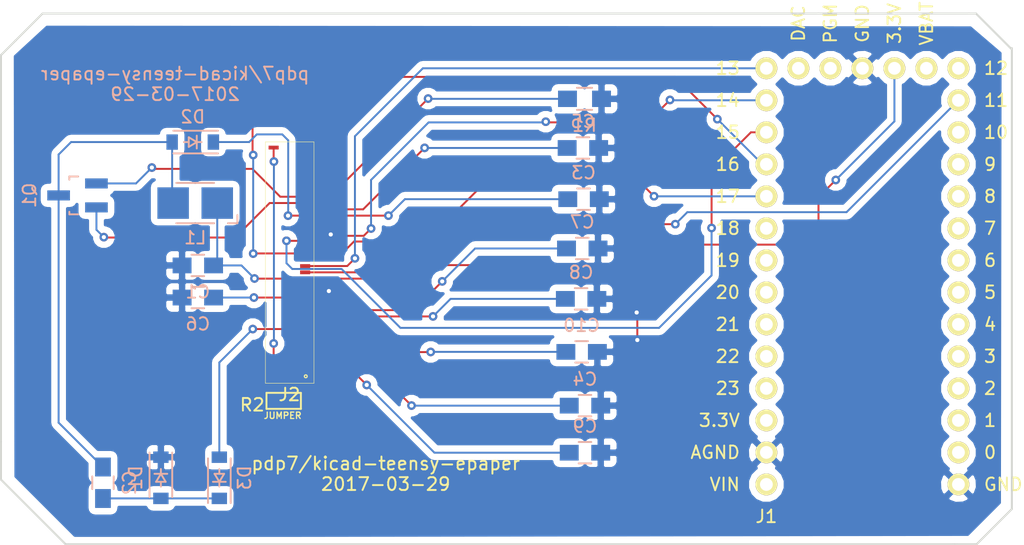
<source format=kicad_pcb>
(kicad_pcb (version 4) (host pcbnew 4.0.4-1.fc25-product)

  (general
    (links 47)
    (no_connects 1)
    (area 89.326719 43.215559 178.510001 123.265001)
    (thickness 1.6)
    (drawings 33)
    (tracks 199)
    (zones 0)
    (modules 19)
    (nets 58)
  )

  (page USLetter)
  (title_block
    (title "Project Title")
  )

  (layers
    (0 F.Cu jumper)
    (31 B.Cu signal)
    (34 B.Paste user)
    (35 F.Paste user)
    (36 B.SilkS user)
    (37 F.SilkS user)
    (38 B.Mask user)
    (39 F.Mask user)
    (44 Edge.Cuts user)
    (46 B.CrtYd user hide)
    (47 F.CrtYd user hide)
    (48 B.Fab user hide)
    (49 F.Fab user hide)
  )

  (setup
    (last_trace_width 0.1524)
    (trace_clearance 0.1524)
    (zone_clearance 0.508)
    (zone_45_only no)
    (trace_min 0.1524)
    (segment_width 0.1524)
    (edge_width 0.1524)
    (via_size 0.6858)
    (via_drill 0.3302)
    (via_min_size 0.6858)
    (via_min_drill 0.3302)
    (uvia_size 0.3556)
    (uvia_drill 0.254)
    (uvias_allowed no)
    (uvia_min_size 0)
    (uvia_min_drill 0)
    (pcb_text_width 0.1524)
    (pcb_text_size 1.016 1.016)
    (mod_edge_width 0.1524)
    (mod_text_size 1.016 1.016)
    (mod_text_width 0.1524)
    (pad_size 1.524 1.524)
    (pad_drill 0.762)
    (pad_to_mask_clearance 0.0762)
    (solder_mask_min_width 0.1016)
    (pad_to_paste_clearance -0.0762)
    (aux_axis_origin 196.5452 123.5456)
    (grid_origin -114.10188 32.77616)
    (visible_elements FFFCFF01)
    (pcbplotparams
      (layerselection 0x310fc_80000001)
      (usegerberextensions true)
      (excludeedgelayer true)
      (linewidth 0.100000)
      (plotframeref false)
      (viasonmask false)
      (mode 1)
      (useauxorigin false)
      (hpglpennumber 1)
      (hpglpenspeed 20)
      (hpglpendiameter 15)
      (hpglpenoverlay 2)
      (psnegative false)
      (psa4output false)
      (plotreference true)
      (plotvalue true)
      (plotinvisibletext false)
      (padsonsilk false)
      (subtractmaskfromsilk false)
      (outputformat 1)
      (mirror false)
      (drillshape 0)
      (scaleselection 1)
      (outputdirectory gerbers))
  )

  (net 0 "")
  (net 1 "Net-(J1-Pad2)")
  (net 2 "Net-(J1-Pad1)")
  (net 3 "Net-(J1-Pad3)")
  (net 4 "Net-(J1-Pad4)")
  (net 5 "Net-(J1-Pad5)")
  (net 6 "Net-(J1-Pad6)")
  (net 7 "Net-(J1-Pad7)")
  (net 8 "Net-(J1-Pad8)")
  (net 9 "Net-(J1-Pad9)")
  (net 10 "Net-(J1-Pad10)")
  (net 11 "Net-(J1-Pad12)")
  (net 12 "Net-(J1-Pad18)")
  (net 13 "Net-(J1-Pad19)")
  (net 14 "Net-(J1-Pad20)")
  (net 15 "Net-(J1-Pad21)")
  (net 16 "Net-(J1-Pad22)")
  (net 17 "Net-(J1-Pad23)")
  (net 18 "Net-(C2-Pad1)")
  (net 19 "Net-(C2-Pad2)")
  (net 20 VGH)
  (net 21 PRVGL)
  (net 22 VGL)
  (net 23 VDD)
  (net 24 VSH)
  (net 25 VGH2)
  (net 26 VSL)
  (net 27 VCOM)
  (net 28 GDR)
  (net 29 RESE)
  (net 30 TSCL)
  (net 31 TSDA)
  (net 32 BUSY)
  (net 33 ^RES)
  (net 34 ^D/C)
  (net 35 ^CS)
  (net 36 SCK)
  (net 37 DOUT)
  (net 38 VPP)
  (net 39 VDDIO)
  (net 40 "Net-(J1-Pad0)")
  (net 41 "Net-(J1-PadPGM)")
  (net 42 "Net-(J1-PadDAC)")
  (net 43 "Net-(J1-Pad3V2)")
  (net 44 "Net-(J1-PadVIN)")
  (net 45 "Net-(J1-PadVBAT)")
  (net 46 GND)
  (net 47 "Net-(J2-Pad2)")
  (net 48 "Net-(J2-Pad1)")
  (net 49 "Net-(J2-Pad3)")
  (net 50 "Net-(J2-Pad4)")
  (net 51 "Net-(J2-Pad5)")
  (net 52 "Net-(J2-Pad29)")
  (net 53 "Net-(J2-Pad30)")
  (net 54 "Net-(J2-Pad31)")
  (net 55 "Net-(J2-Pad32)")
  (net 56 "Net-(J2-Pad33)")
  (net 57 "Net-(J2-Pad34)")

  (net_class Default "This is the default net class."
    (clearance 0.1524)
    (trace_width 0.1524)
    (via_dia 0.6858)
    (via_drill 0.3302)
    (uvia_dia 0.3556)
    (uvia_drill 0.254)
    (add_net BUSY)
    (add_net DOUT)
    (add_net GDR)
    (add_net GND)
    (add_net "Net-(C2-Pad1)")
    (add_net "Net-(C2-Pad2)")
    (add_net "Net-(J1-Pad0)")
    (add_net "Net-(J1-Pad1)")
    (add_net "Net-(J1-Pad10)")
    (add_net "Net-(J1-Pad12)")
    (add_net "Net-(J1-Pad18)")
    (add_net "Net-(J1-Pad19)")
    (add_net "Net-(J1-Pad2)")
    (add_net "Net-(J1-Pad20)")
    (add_net "Net-(J1-Pad21)")
    (add_net "Net-(J1-Pad22)")
    (add_net "Net-(J1-Pad23)")
    (add_net "Net-(J1-Pad3)")
    (add_net "Net-(J1-Pad3V2)")
    (add_net "Net-(J1-Pad4)")
    (add_net "Net-(J1-Pad5)")
    (add_net "Net-(J1-Pad6)")
    (add_net "Net-(J1-Pad7)")
    (add_net "Net-(J1-Pad8)")
    (add_net "Net-(J1-Pad9)")
    (add_net "Net-(J1-PadDAC)")
    (add_net "Net-(J1-PadPGM)")
    (add_net "Net-(J1-PadVBAT)")
    (add_net "Net-(J1-PadVIN)")
    (add_net "Net-(J2-Pad1)")
    (add_net "Net-(J2-Pad2)")
    (add_net "Net-(J2-Pad29)")
    (add_net "Net-(J2-Pad3)")
    (add_net "Net-(J2-Pad30)")
    (add_net "Net-(J2-Pad31)")
    (add_net "Net-(J2-Pad32)")
    (add_net "Net-(J2-Pad33)")
    (add_net "Net-(J2-Pad34)")
    (add_net "Net-(J2-Pad4)")
    (add_net "Net-(J2-Pad5)")
    (add_net PRVGL)
    (add_net RESE)
    (add_net SCK)
    (add_net TSCL)
    (add_net TSDA)
    (add_net VCOM)
    (add_net VDD)
    (add_net VDDIO)
    (add_net VGH)
    (add_net VGH2)
    (add_net VGL)
    (add_net VPP)
    (add_net VSH)
    (add_net VSL)
    (add_net ^CS)
    (add_net ^D/C)
    (add_net ^RES)
  )

  (module Capacitors_SMD:C_0805_HandSoldering (layer B.Cu) (tedit 541A9B8D) (tstamp 58DB6501)
    (at 105.02392 63.28156)
    (descr "Capacitor SMD 0805, hand soldering")
    (tags "capacitor 0805")
    (path /58940842)
    (attr smd)
    (fp_text reference C1 (at 0 2.1) (layer B.SilkS)
      (effects (font (size 1 1) (thickness 0.15)) (justify mirror))
    )
    (fp_text value CAP-CER-1UF (at 0 -2.1) (layer B.Fab)
      (effects (font (size 1 1) (thickness 0.15)) (justify mirror))
    )
    (fp_line (start -2.3 1) (end 2.3 1) (layer B.CrtYd) (width 0.05))
    (fp_line (start -2.3 -1) (end 2.3 -1) (layer B.CrtYd) (width 0.05))
    (fp_line (start -2.3 1) (end -2.3 -1) (layer B.CrtYd) (width 0.05))
    (fp_line (start 2.3 1) (end 2.3 -1) (layer B.CrtYd) (width 0.05))
    (fp_line (start 0.5 0.85) (end -0.5 0.85) (layer B.SilkS) (width 0.15))
    (fp_line (start -0.5 -0.85) (end 0.5 -0.85) (layer B.SilkS) (width 0.15))
    (pad 1 smd rect (at -1.25 0) (size 1.5 1.25) (layers B.Cu B.Paste B.Mask)
      (net 46 GND))
    (pad 2 smd rect (at 1.25 0) (size 1.5 1.25) (layers B.Cu B.Paste B.Mask)
      (net 39 VDDIO))
    (model Capacitors_SMD.3dshapes/C_0805_HandSoldering.wrl
      (at (xyz 0 0 0))
      (scale (xyz 1 1 1))
      (rotate (xyz 0 0 0))
    )
  )

  (module Capacitors_SMD:C_0805_HandSoldering (layer B.Cu) (tedit 541A9B8D) (tstamp 58DB650D)
    (at 97.4979 80.52562 90)
    (descr "Capacitor SMD 0805, hand soldering")
    (tags "capacitor 0805")
    (path /58940735)
    (attr smd)
    (fp_text reference C2 (at 0 2.1 90) (layer B.SilkS)
      (effects (font (size 1 1) (thickness 0.15)) (justify mirror))
    )
    (fp_text value CAP-CER-1UF (at 0 -2.1 90) (layer B.Fab)
      (effects (font (size 1 1) (thickness 0.15)) (justify mirror))
    )
    (fp_line (start -2.3 1) (end 2.3 1) (layer B.CrtYd) (width 0.05))
    (fp_line (start -2.3 -1) (end 2.3 -1) (layer B.CrtYd) (width 0.05))
    (fp_line (start -2.3 1) (end -2.3 -1) (layer B.CrtYd) (width 0.05))
    (fp_line (start 2.3 1) (end 2.3 -1) (layer B.CrtYd) (width 0.05))
    (fp_line (start 0.5 0.85) (end -0.5 0.85) (layer B.SilkS) (width 0.15))
    (fp_line (start -0.5 -0.85) (end 0.5 -0.85) (layer B.SilkS) (width 0.15))
    (pad 1 smd rect (at -1.25 0 90) (size 1.5 1.25) (layers B.Cu B.Paste B.Mask)
      (net 18 "Net-(C2-Pad1)"))
    (pad 2 smd rect (at 1.25 0 90) (size 1.5 1.25) (layers B.Cu B.Paste B.Mask)
      (net 19 "Net-(C2-Pad2)"))
    (model Capacitors_SMD.3dshapes/C_0805_HandSoldering.wrl
      (at (xyz 0 0 0))
      (scale (xyz 1 1 1))
      (rotate (xyz 0 0 0))
    )
  )

  (module Capacitors_SMD:C_0805_HandSoldering (layer B.Cu) (tedit 541A9B8D) (tstamp 58DB6519)
    (at 135.63092 58.02376 180)
    (descr "Capacitor SMD 0805, hand soldering")
    (tags "capacitor 0805")
    (path /5895556F)
    (attr smd)
    (fp_text reference C3 (at 0 2.1 180) (layer B.SilkS)
      (effects (font (size 1 1) (thickness 0.15)) (justify mirror))
    )
    (fp_text value CAP-CER-1UF (at 0 -2.1 180) (layer B.Fab)
      (effects (font (size 1 1) (thickness 0.15)) (justify mirror))
    )
    (fp_line (start -2.3 1) (end 2.3 1) (layer B.CrtYd) (width 0.05))
    (fp_line (start -2.3 -1) (end 2.3 -1) (layer B.CrtYd) (width 0.05))
    (fp_line (start -2.3 1) (end -2.3 -1) (layer B.CrtYd) (width 0.05))
    (fp_line (start 2.3 1) (end 2.3 -1) (layer B.CrtYd) (width 0.05))
    (fp_line (start 0.5 0.85) (end -0.5 0.85) (layer B.SilkS) (width 0.15))
    (fp_line (start -0.5 -0.85) (end 0.5 -0.85) (layer B.SilkS) (width 0.15))
    (pad 1 smd rect (at -1.25 0 180) (size 1.5 1.25) (layers B.Cu B.Paste B.Mask)
      (net 46 GND))
    (pad 2 smd rect (at 1.25 0 180) (size 1.5 1.25) (layers B.Cu B.Paste B.Mask)
      (net 20 VGH))
    (model Capacitors_SMD.3dshapes/C_0805_HandSoldering.wrl
      (at (xyz 0 0 0))
      (scale (xyz 1 1 1))
      (rotate (xyz 0 0 0))
    )
  )

  (module Capacitors_SMD:C_0805_HandSoldering (layer B.Cu) (tedit 541A9B8D) (tstamp 58DB6525)
    (at 135.74522 74.40676 180)
    (descr "Capacitor SMD 0805, hand soldering")
    (tags "capacitor 0805")
    (path /589409D9)
    (attr smd)
    (fp_text reference C4 (at 0 2.1 180) (layer B.SilkS)
      (effects (font (size 1 1) (thickness 0.15)) (justify mirror))
    )
    (fp_text value CAP-CER-1UF (at 0 -2.1 180) (layer B.Fab)
      (effects (font (size 1 1) (thickness 0.15)) (justify mirror))
    )
    (fp_line (start -2.3 1) (end 2.3 1) (layer B.CrtYd) (width 0.05))
    (fp_line (start -2.3 -1) (end 2.3 -1) (layer B.CrtYd) (width 0.05))
    (fp_line (start -2.3 1) (end -2.3 -1) (layer B.CrtYd) (width 0.05))
    (fp_line (start 2.3 1) (end 2.3 -1) (layer B.CrtYd) (width 0.05))
    (fp_line (start 0.5 0.85) (end -0.5 0.85) (layer B.SilkS) (width 0.15))
    (fp_line (start -0.5 -0.85) (end 0.5 -0.85) (layer B.SilkS) (width 0.15))
    (pad 1 smd rect (at -1.25 0 180) (size 1.5 1.25) (layers B.Cu B.Paste B.Mask)
      (net 46 GND))
    (pad 2 smd rect (at 1.25 0 180) (size 1.5 1.25) (layers B.Cu B.Paste B.Mask)
      (net 21 PRVGL))
    (model Capacitors_SMD.3dshapes/C_0805_HandSoldering.wrl
      (at (xyz 0 0 0))
      (scale (xyz 1 1 1))
      (rotate (xyz 0 0 0))
    )
  )

  (module Capacitors_SMD:C_0805_HandSoldering (layer B.Cu) (tedit 541A9B8D) (tstamp 58DB6531)
    (at 135.58012 53.95976 180)
    (descr "Capacitor SMD 0805, hand soldering")
    (tags "capacitor 0805")
    (path /5893EA94)
    (attr smd)
    (fp_text reference C5 (at 0 2.1 180) (layer B.SilkS)
      (effects (font (size 1 1) (thickness 0.15)) (justify mirror))
    )
    (fp_text value CAP-CER-1UF (at 0 -2.1 180) (layer B.Fab)
      (effects (font (size 1 1) (thickness 0.15)) (justify mirror))
    )
    (fp_line (start -2.3 1) (end 2.3 1) (layer B.CrtYd) (width 0.05))
    (fp_line (start -2.3 -1) (end 2.3 -1) (layer B.CrtYd) (width 0.05))
    (fp_line (start -2.3 1) (end -2.3 -1) (layer B.CrtYd) (width 0.05))
    (fp_line (start 2.3 1) (end 2.3 -1) (layer B.CrtYd) (width 0.05))
    (fp_line (start 0.5 0.85) (end -0.5 0.85) (layer B.SilkS) (width 0.15))
    (fp_line (start -0.5 -0.85) (end 0.5 -0.85) (layer B.SilkS) (width 0.15))
    (pad 1 smd rect (at -1.25 0 180) (size 1.5 1.25) (layers B.Cu B.Paste B.Mask)
      (net 46 GND))
    (pad 2 smd rect (at 1.25 0 180) (size 1.5 1.25) (layers B.Cu B.Paste B.Mask)
      (net 22 VGL))
    (model Capacitors_SMD.3dshapes/C_0805_HandSoldering.wrl
      (at (xyz 0 0 0))
      (scale (xyz 1 1 1))
      (rotate (xyz 0 0 0))
    )
  )

  (module Capacitors_SMD:C_0805_HandSoldering (layer B.Cu) (tedit 541A9B8D) (tstamp 58DB653D)
    (at 105.02646 65.82918)
    (descr "Capacitor SMD 0805, hand soldering")
    (tags "capacitor 0805")
    (path /5893F2DB)
    (attr smd)
    (fp_text reference C6 (at 0 2.1) (layer B.SilkS)
      (effects (font (size 1 1) (thickness 0.15)) (justify mirror))
    )
    (fp_text value CAP-CER-1UF (at 0 -2.1) (layer B.Fab)
      (effects (font (size 1 1) (thickness 0.15)) (justify mirror))
    )
    (fp_line (start -2.3 1) (end 2.3 1) (layer B.CrtYd) (width 0.05))
    (fp_line (start -2.3 -1) (end 2.3 -1) (layer B.CrtYd) (width 0.05))
    (fp_line (start -2.3 1) (end -2.3 -1) (layer B.CrtYd) (width 0.05))
    (fp_line (start 2.3 1) (end 2.3 -1) (layer B.CrtYd) (width 0.05))
    (fp_line (start 0.5 0.85) (end -0.5 0.85) (layer B.SilkS) (width 0.15))
    (fp_line (start -0.5 -0.85) (end 0.5 -0.85) (layer B.SilkS) (width 0.15))
    (pad 1 smd rect (at -1.25 0) (size 1.5 1.25) (layers B.Cu B.Paste B.Mask)
      (net 46 GND))
    (pad 2 smd rect (at 1.25 0) (size 1.5 1.25) (layers B.Cu B.Paste B.Mask)
      (net 23 VDD))
    (model Capacitors_SMD.3dshapes/C_0805_HandSoldering.wrl
      (at (xyz 0 0 0))
      (scale (xyz 1 1 1))
      (rotate (xyz 0 0 0))
    )
  )

  (module Capacitors_SMD:C_0805_HandSoldering (layer B.Cu) (tedit 541A9B8D) (tstamp 58DB6549)
    (at 135.52932 61.93536 180)
    (descr "Capacitor SMD 0805, hand soldering")
    (tags "capacitor 0805")
    (path /5893F39D)
    (attr smd)
    (fp_text reference C7 (at 0 2.1 180) (layer B.SilkS)
      (effects (font (size 1 1) (thickness 0.15)) (justify mirror))
    )
    (fp_text value CAP-CER-1UF (at 0 -2.1 180) (layer B.Fab)
      (effects (font (size 1 1) (thickness 0.15)) (justify mirror))
    )
    (fp_line (start -2.3 1) (end 2.3 1) (layer B.CrtYd) (width 0.05))
    (fp_line (start -2.3 -1) (end 2.3 -1) (layer B.CrtYd) (width 0.05))
    (fp_line (start -2.3 1) (end -2.3 -1) (layer B.CrtYd) (width 0.05))
    (fp_line (start 2.3 1) (end 2.3 -1) (layer B.CrtYd) (width 0.05))
    (fp_line (start 0.5 0.85) (end -0.5 0.85) (layer B.SilkS) (width 0.15))
    (fp_line (start -0.5 -0.85) (end 0.5 -0.85) (layer B.SilkS) (width 0.15))
    (pad 1 smd rect (at -1.25 0 180) (size 1.5 1.25) (layers B.Cu B.Paste B.Mask)
      (net 46 GND))
    (pad 2 smd rect (at 1.25 0 180) (size 1.5 1.25) (layers B.Cu B.Paste B.Mask)
      (net 24 VSH))
    (model Capacitors_SMD.3dshapes/C_0805_HandSoldering.wrl
      (at (xyz 0 0 0))
      (scale (xyz 1 1 1))
      (rotate (xyz 0 0 0))
    )
  )

  (module Capacitors_SMD:C_0805_HandSoldering (layer B.Cu) (tedit 541A9B8D) (tstamp 58DB6555)
    (at 135.43788 65.93332 180)
    (descr "Capacitor SMD 0805, hand soldering")
    (tags "capacitor 0805")
    (path /5893F5FD)
    (attr smd)
    (fp_text reference C8 (at 0 2.1 180) (layer B.SilkS)
      (effects (font (size 1 1) (thickness 0.15)) (justify mirror))
    )
    (fp_text value CAP-CER-1UF (at 0 -2.1 180) (layer B.Fab)
      (effects (font (size 1 1) (thickness 0.15)) (justify mirror))
    )
    (fp_line (start -2.3 1) (end 2.3 1) (layer B.CrtYd) (width 0.05))
    (fp_line (start -2.3 -1) (end 2.3 -1) (layer B.CrtYd) (width 0.05))
    (fp_line (start -2.3 1) (end -2.3 -1) (layer B.CrtYd) (width 0.05))
    (fp_line (start 2.3 1) (end 2.3 -1) (layer B.CrtYd) (width 0.05))
    (fp_line (start 0.5 0.85) (end -0.5 0.85) (layer B.SilkS) (width 0.15))
    (fp_line (start -0.5 -0.85) (end 0.5 -0.85) (layer B.SilkS) (width 0.15))
    (pad 1 smd rect (at -1.25 0 180) (size 1.5 1.25) (layers B.Cu B.Paste B.Mask)
      (net 46 GND))
    (pad 2 smd rect (at 1.25 0 180) (size 1.5 1.25) (layers B.Cu B.Paste B.Mask)
      (net 25 VGH2))
    (model Capacitors_SMD.3dshapes/C_0805_HandSoldering.wrl
      (at (xyz 0 0 0))
      (scale (xyz 1 1 1))
      (rotate (xyz 0 0 0))
    )
  )

  (module Capacitors_SMD:C_0805_HandSoldering (layer B.Cu) (tedit 541A9B8D) (tstamp 58DB6561)
    (at 135.74522 78.14056 180)
    (descr "Capacitor SMD 0805, hand soldering")
    (tags "capacitor 0805")
    (path /5893F621)
    (attr smd)
    (fp_text reference C9 (at 0 2.1 180) (layer B.SilkS)
      (effects (font (size 1 1) (thickness 0.15)) (justify mirror))
    )
    (fp_text value CAP-CER-1UF (at 0 -2.1 180) (layer B.Fab)
      (effects (font (size 1 1) (thickness 0.15)) (justify mirror))
    )
    (fp_line (start -2.3 1) (end 2.3 1) (layer B.CrtYd) (width 0.05))
    (fp_line (start -2.3 -1) (end 2.3 -1) (layer B.CrtYd) (width 0.05))
    (fp_line (start -2.3 1) (end -2.3 -1) (layer B.CrtYd) (width 0.05))
    (fp_line (start 2.3 1) (end 2.3 -1) (layer B.CrtYd) (width 0.05))
    (fp_line (start 0.5 0.85) (end -0.5 0.85) (layer B.SilkS) (width 0.15))
    (fp_line (start -0.5 -0.85) (end 0.5 -0.85) (layer B.SilkS) (width 0.15))
    (pad 1 smd rect (at -1.25 0 180) (size 1.5 1.25) (layers B.Cu B.Paste B.Mask)
      (net 46 GND))
    (pad 2 smd rect (at 1.25 0 180) (size 1.5 1.25) (layers B.Cu B.Paste B.Mask)
      (net 27 VCOM))
    (model Capacitors_SMD.3dshapes/C_0805_HandSoldering.wrl
      (at (xyz 0 0 0))
      (scale (xyz 1 1 1))
      (rotate (xyz 0 0 0))
    )
  )

  (module Capacitors_SMD:C_0805_HandSoldering (layer B.Cu) (tedit 541A9B8D) (tstamp 58DB656D)
    (at 135.47852 70.13956 180)
    (descr "Capacitor SMD 0805, hand soldering")
    (tags "capacitor 0805")
    (path /5895580B)
    (attr smd)
    (fp_text reference C10 (at 0 2.1 180) (layer B.SilkS)
      (effects (font (size 1 1) (thickness 0.15)) (justify mirror))
    )
    (fp_text value CAP-CER-1UF (at 0 -2.1 180) (layer B.Fab)
      (effects (font (size 1 1) (thickness 0.15)) (justify mirror))
    )
    (fp_line (start -2.3 1) (end 2.3 1) (layer B.CrtYd) (width 0.05))
    (fp_line (start -2.3 -1) (end 2.3 -1) (layer B.CrtYd) (width 0.05))
    (fp_line (start -2.3 1) (end -2.3 -1) (layer B.CrtYd) (width 0.05))
    (fp_line (start 2.3 1) (end 2.3 -1) (layer B.CrtYd) (width 0.05))
    (fp_line (start 0.5 0.85) (end -0.5 0.85) (layer B.SilkS) (width 0.15))
    (fp_line (start -0.5 -0.85) (end 0.5 -0.85) (layer B.SilkS) (width 0.15))
    (pad 1 smd rect (at -1.25 0 180) (size 1.5 1.25) (layers B.Cu B.Paste B.Mask)
      (net 46 GND))
    (pad 2 smd rect (at 1.25 0 180) (size 1.5 1.25) (layers B.Cu B.Paste B.Mask)
      (net 26 VSL))
    (model Capacitors_SMD.3dshapes/C_0805_HandSoldering.wrl
      (at (xyz 0 0 0))
      (scale (xyz 1 1 1))
      (rotate (xyz 0 0 0))
    )
  )

  (module Diodes_SMD:SOD-123 (layer B.Cu) (tedit 5530FCB9) (tstamp 58DB657F)
    (at 102.09276 80.13192 270)
    (descr SOD-123)
    (tags SOD-123)
    (path /5894140E)
    (attr smd)
    (fp_text reference D1 (at 0 2 270) (layer B.SilkS)
      (effects (font (size 1 1) (thickness 0.15)) (justify mirror))
    )
    (fp_text value DIODE (at 0 -2.1 270) (layer B.Fab)
      (effects (font (size 1 1) (thickness 0.15)) (justify mirror))
    )
    (fp_line (start 0.3175 0) (end 0.6985 0) (layer B.SilkS) (width 0.15))
    (fp_line (start -0.6985 0) (end -0.3175 0) (layer B.SilkS) (width 0.15))
    (fp_line (start -0.3175 0) (end 0.3175 0.381) (layer B.SilkS) (width 0.15))
    (fp_line (start 0.3175 0.381) (end 0.3175 -0.381) (layer B.SilkS) (width 0.15))
    (fp_line (start 0.3175 -0.381) (end -0.3175 0) (layer B.SilkS) (width 0.15))
    (fp_line (start -0.3175 0.508) (end -0.3175 -0.508) (layer B.SilkS) (width 0.15))
    (fp_line (start -2.25 1.05) (end 2.25 1.05) (layer B.CrtYd) (width 0.05))
    (fp_line (start 2.25 1.05) (end 2.25 -1.05) (layer B.CrtYd) (width 0.05))
    (fp_line (start 2.25 -1.05) (end -2.25 -1.05) (layer B.CrtYd) (width 0.05))
    (fp_line (start -2.25 1.05) (end -2.25 -1.05) (layer B.CrtYd) (width 0.05))
    (fp_line (start -2 -0.9) (end 1.54 -0.9) (layer B.SilkS) (width 0.15))
    (fp_line (start -2 0.9) (end 1.54 0.9) (layer B.SilkS) (width 0.15))
    (pad 1 smd rect (at -1.635 0 270) (size 0.91 1.22) (layers B.Cu B.Paste B.Mask)
      (net 46 GND))
    (pad 2 smd rect (at 1.635 0 270) (size 0.91 1.22) (layers B.Cu B.Paste B.Mask)
      (net 18 "Net-(C2-Pad1)"))
  )

  (module Diodes_SMD:SOD-123 (layer B.Cu) (tedit 5530FCB9) (tstamp 58DB6591)
    (at 104.6226 53.4924 180)
    (descr SOD-123)
    (tags SOD-123)
    (path /58941074)
    (attr smd)
    (fp_text reference D2 (at 0 2 180) (layer B.SilkS)
      (effects (font (size 1 1) (thickness 0.15)) (justify mirror))
    )
    (fp_text value DIODE (at 0 -2.1 180) (layer B.Fab)
      (effects (font (size 1 1) (thickness 0.15)) (justify mirror))
    )
    (fp_line (start 0.3175 0) (end 0.6985 0) (layer B.SilkS) (width 0.15))
    (fp_line (start -0.6985 0) (end -0.3175 0) (layer B.SilkS) (width 0.15))
    (fp_line (start -0.3175 0) (end 0.3175 0.381) (layer B.SilkS) (width 0.15))
    (fp_line (start 0.3175 0.381) (end 0.3175 -0.381) (layer B.SilkS) (width 0.15))
    (fp_line (start 0.3175 -0.381) (end -0.3175 0) (layer B.SilkS) (width 0.15))
    (fp_line (start -0.3175 0.508) (end -0.3175 -0.508) (layer B.SilkS) (width 0.15))
    (fp_line (start -2.25 1.05) (end 2.25 1.05) (layer B.CrtYd) (width 0.05))
    (fp_line (start 2.25 1.05) (end 2.25 -1.05) (layer B.CrtYd) (width 0.05))
    (fp_line (start 2.25 -1.05) (end -2.25 -1.05) (layer B.CrtYd) (width 0.05))
    (fp_line (start -2.25 1.05) (end -2.25 -1.05) (layer B.CrtYd) (width 0.05))
    (fp_line (start -2 -0.9) (end 1.54 -0.9) (layer B.SilkS) (width 0.15))
    (fp_line (start -2 0.9) (end 1.54 0.9) (layer B.SilkS) (width 0.15))
    (pad 1 smd rect (at -1.635 0 180) (size 0.91 1.22) (layers B.Cu B.Paste B.Mask)
      (net 20 VGH))
    (pad 2 smd rect (at 1.635 0 180) (size 0.91 1.22) (layers B.Cu B.Paste B.Mask)
      (net 19 "Net-(C2-Pad2)"))
  )

  (module Diodes_SMD:SOD-123 (layer B.Cu) (tedit 5530FCB9) (tstamp 58DB65A3)
    (at 106.7308 80.13192 90)
    (descr SOD-123)
    (tags SOD-123)
    (path /58941226)
    (attr smd)
    (fp_text reference D3 (at 0 2 90) (layer B.SilkS)
      (effects (font (size 1 1) (thickness 0.15)) (justify mirror))
    )
    (fp_text value DIODE (at 0 -2.1 90) (layer B.Fab)
      (effects (font (size 1 1) (thickness 0.15)) (justify mirror))
    )
    (fp_line (start 0.3175 0) (end 0.6985 0) (layer B.SilkS) (width 0.15))
    (fp_line (start -0.6985 0) (end -0.3175 0) (layer B.SilkS) (width 0.15))
    (fp_line (start -0.3175 0) (end 0.3175 0.381) (layer B.SilkS) (width 0.15))
    (fp_line (start 0.3175 0.381) (end 0.3175 -0.381) (layer B.SilkS) (width 0.15))
    (fp_line (start 0.3175 -0.381) (end -0.3175 0) (layer B.SilkS) (width 0.15))
    (fp_line (start -0.3175 0.508) (end -0.3175 -0.508) (layer B.SilkS) (width 0.15))
    (fp_line (start -2.25 1.05) (end 2.25 1.05) (layer B.CrtYd) (width 0.05))
    (fp_line (start 2.25 1.05) (end 2.25 -1.05) (layer B.CrtYd) (width 0.05))
    (fp_line (start 2.25 -1.05) (end -2.25 -1.05) (layer B.CrtYd) (width 0.05))
    (fp_line (start -2.25 1.05) (end -2.25 -1.05) (layer B.CrtYd) (width 0.05))
    (fp_line (start -2 -0.9) (end 1.54 -0.9) (layer B.SilkS) (width 0.15))
    (fp_line (start -2 0.9) (end 1.54 0.9) (layer B.SilkS) (width 0.15))
    (pad 1 smd rect (at -1.635 0 90) (size 0.91 1.22) (layers B.Cu B.Paste B.Mask)
      (net 18 "Net-(C2-Pad1)"))
    (pad 2 smd rect (at 1.635 0 90) (size 0.91 1.22) (layers B.Cu B.Paste B.Mask)
      (net 21 PRVGL))
  )

  (module Wickerlib:TEENSY-3.2-SILK (layer F.Cu) (tedit 583B5CF0) (tstamp 58DB65F5)
    (at 155.2194 70.4977 180)
    (path /58956D44)
    (fp_text reference J1 (at -2 0 180) (layer F.Fab)
      (effects (font (size 1 1) (thickness 0.15)))
    )
    (fp_text value TEENSY3.2-72MHz (at -2.54 20.32 180) (layer F.Fab) hide
      (effects (font (size 1 1) (thickness 0.15)))
    )
    (fp_text user VIN (at 8.382095 -10.16 180) (layer F.SilkS)
      (effects (font (size 1 1) (thickness 0.15)))
    )
    (fp_line (start 0 -9.5) (end 0 -11.5) (layer F.Fab) (width 0.05))
    (fp_line (start -4.5 -9.5) (end 0 -9.5) (layer F.Fab) (width 0.05))
    (fp_line (start -4.5 -11.5) (end -4.5 -9.5) (layer F.Fab) (width 0.05))
    (fp_line (start -11.5 24) (end 6.5 24) (layer F.Fab) (width 0.05))
    (fp_line (start -11.5 -11.5) (end -11.5 24) (layer F.Fab) (width 0.05))
    (fp_line (start 6.5 -11.5) (end -11.5 -11.5) (layer F.Fab) (width 0.05))
    (fp_line (start 6.5 24) (end 6.5 -11.5) (layer F.Fab) (width 0.05))
    (fp_text user %R (at 5.08 -12.7 180) (layer F.SilkS)
      (effects (font (size 1 1) (thickness 0.15)))
    )
    (fp_line (start -11.43 24.13) (end 6.35 24.13) (layer F.CrtYd) (width 0.1524))
    (fp_line (start -11.43 -11.43) (end -11.43 24.13) (layer F.CrtYd) (width 0.1524))
    (fp_line (start 6.35 -11.43) (end -11.43 -11.43) (layer F.CrtYd) (width 0.1524))
    (fp_line (start 6.35 24.13) (end 6.35 -11.43) (layer F.CrtYd) (width 0.1524))
    (fp_text user AGND (at 9.144 -7.62 180) (layer F.SilkS)
      (effects (font (size 1 1) (thickness 0.15)))
    )
    (fp_text user 3.3V (at 8.810666 -5.08 180) (layer F.SilkS)
      (effects (font (size 1 1) (thickness 0.15)))
    )
    (fp_text user 23 (at 8.144 -2.54 180) (layer F.SilkS)
      (effects (font (size 1 1) (thickness 0.15)))
    )
    (fp_text user 22 (at 8.144 0 180) (layer F.SilkS)
      (effects (font (size 1 1) (thickness 0.15)))
    )
    (fp_text user 21 (at 8.144 2.54 180) (layer F.SilkS)
      (effects (font (size 1 1) (thickness 0.15)))
    )
    (fp_text user 20 (at 8.144 5.08 180) (layer F.SilkS)
      (effects (font (size 1 1) (thickness 0.15)))
    )
    (fp_text user 19 (at 8.144 7.62 180) (layer F.SilkS)
      (effects (font (size 1 1) (thickness 0.15)))
    )
    (fp_text user 18 (at 8.144 10.16 180) (layer F.SilkS)
      (effects (font (size 1 1) (thickness 0.15)))
    )
    (fp_text user 17 (at 8.144 12.7 180) (layer F.SilkS)
      (effects (font (size 1 1) (thickness 0.15)))
    )
    (fp_text user 16 (at 8.144 15.24 180) (layer F.SilkS)
      (effects (font (size 1 1) (thickness 0.15)))
    )
    (fp_text user 15 (at 8.144 17.78 180) (layer F.SilkS)
      (effects (font (size 1 1) (thickness 0.15)))
    )
    (fp_text user 14 (at 8.144 20.32 180) (layer F.SilkS)
      (effects (font (size 1 1) (thickness 0.15)))
    )
    (fp_text user 13 (at 8.144 22.86 180) (layer F.SilkS)
      (effects (font (size 1 1) (thickness 0.15)))
    )
    (fp_text user 0 (at -12.668381 -7.62 180) (layer F.SilkS)
      (effects (font (size 1 1) (thickness 0.15)))
    )
    (fp_text user GND (at -13.716 -10.16 180) (layer F.SilkS)
      (effects (font (size 1 1) (thickness 0.15)))
    )
    (fp_text user VBAT (at -7.62 26.416 270) (layer F.SilkS)
      (effects (font (size 1 1) (thickness 0.15)))
    )
    (fp_text user 3.3V (at -5.08 26.416 270) (layer F.SilkS)
      (effects (font (size 1 1) (thickness 0.15)))
    )
    (fp_text user GND (at -2.54 26.416 270) (layer F.SilkS)
      (effects (font (size 1 1) (thickness 0.15)))
    )
    (fp_text user PGM (at 0 26.416 270) (layer F.SilkS)
      (effects (font (size 1 1) (thickness 0.15)))
    )
    (fp_text user DAC (at 2.54 26.416 270) (layer F.SilkS)
      (effects (font (size 1 1) (thickness 0.15)))
    )
    (fp_text user 1 (at -12.668381 -5.08 180) (layer F.SilkS)
      (effects (font (size 1 1) (thickness 0.15)))
    )
    (fp_text user 2 (at -12.668381 -2.54 180) (layer F.SilkS)
      (effects (font (size 1 1) (thickness 0.15)))
    )
    (fp_text user 3 (at -12.668381 0 180) (layer F.SilkS)
      (effects (font (size 1 1) (thickness 0.15)))
    )
    (fp_text user 4 (at -12.668381 2.54 180) (layer F.SilkS)
      (effects (font (size 1 1) (thickness 0.15)))
    )
    (fp_text user 5 (at -12.668381 5.08 180) (layer F.SilkS)
      (effects (font (size 1 1) (thickness 0.15)))
    )
    (fp_text user 6 (at -12.668381 7.62 180) (layer F.SilkS)
      (effects (font (size 1 1) (thickness 0.15)))
    )
    (fp_text user 7 (at -12.668381 10.16 180) (layer F.SilkS)
      (effects (font (size 1 1) (thickness 0.15)))
    )
    (fp_text user 8 (at -12.668381 12.7 180) (layer F.SilkS)
      (effects (font (size 1 1) (thickness 0.15)))
    )
    (fp_text user 9 (at -12.668381 15.24 180) (layer F.SilkS)
      (effects (font (size 1 1) (thickness 0.15)))
    )
    (fp_text user 10 (at -13.144571 17.78 180) (layer F.SilkS)
      (effects (font (size 1 1) (thickness 0.15)))
    )
    (fp_text user 11 (at -13.144571 20.32 180) (layer F.SilkS)
      (effects (font (size 1 1) (thickness 0.15)))
    )
    (fp_text user 12 (at -13.144571 22.86 180) (layer F.SilkS)
      (effects (font (size 1 1) (thickness 0.15)))
    )
    (pad G1 thru_hole circle (at -10.16 -10.16 180) (size 1.7272 1.7272) (drill 1.016) (layers *.Cu *.Mask F.SilkS)
      (net 46 GND))
    (pad 0 thru_hole circle (at -10.16 -7.62 180) (size 1.7272 1.7272) (drill 1.016) (layers *.Cu *.Mask F.SilkS)
      (net 40 "Net-(J1-Pad0)"))
    (pad 1 thru_hole circle (at -10.16 -5.08 180) (size 1.7272 1.7272) (drill 1.016) (layers *.Cu *.Mask F.SilkS)
      (net 2 "Net-(J1-Pad1)"))
    (pad 2 thru_hole circle (at -10.16 -2.54 180) (size 1.7272 1.7272) (drill 1.016) (layers *.Cu *.Mask F.SilkS)
      (net 1 "Net-(J1-Pad2)"))
    (pad 3 thru_hole circle (at -10.16 0 180) (size 1.7272 1.7272) (drill 1.016) (layers *.Cu *.Mask F.SilkS)
      (net 3 "Net-(J1-Pad3)"))
    (pad 4 thru_hole circle (at -10.16 2.54 180) (size 1.7272 1.7272) (drill 1.016) (layers *.Cu *.Mask F.SilkS)
      (net 4 "Net-(J1-Pad4)"))
    (pad 5 thru_hole circle (at -10.16 5.08 180) (size 1.7272 1.7272) (drill 1.016) (layers *.Cu *.Mask F.SilkS)
      (net 5 "Net-(J1-Pad5)"))
    (pad 6 thru_hole circle (at -10.16 7.62 180) (size 1.7272 1.7272) (drill 1.016) (layers *.Cu *.Mask F.SilkS)
      (net 6 "Net-(J1-Pad6)"))
    (pad 7 thru_hole circle (at -10.16 10.16 180) (size 1.7272 1.7272) (drill 1.016) (layers *.Cu *.Mask F.SilkS)
      (net 7 "Net-(J1-Pad7)"))
    (pad 8 thru_hole circle (at -10.16 12.7 180) (size 1.7272 1.7272) (drill 1.016) (layers *.Cu *.Mask F.SilkS)
      (net 8 "Net-(J1-Pad8)"))
    (pad 9 thru_hole circle (at -10.16 15.24 180) (size 1.7272 1.7272) (drill 1.016) (layers *.Cu *.Mask F.SilkS)
      (net 9 "Net-(J1-Pad9)"))
    (pad 10 thru_hole circle (at -10.16 17.78 180) (size 1.7272 1.7272) (drill 1.016) (layers *.Cu *.Mask F.SilkS)
      (net 10 "Net-(J1-Pad10)"))
    (pad 11 thru_hole circle (at -10.16 20.32 180) (size 1.7272 1.7272) (drill 1.016) (layers *.Cu *.Mask F.SilkS)
      (net 37 DOUT))
    (pad 12 thru_hole circle (at -10.16 22.86 180) (size 1.7272 1.7272) (drill 1.016) (layers *.Cu *.Mask F.SilkS)
      (net 11 "Net-(J1-Pad12)"))
    (pad VBAT thru_hole circle (at -7.62 22.86 180) (size 1.7272 1.7272) (drill 1.016) (layers *.Cu *.Mask F.SilkS)
      (net 45 "Net-(J1-PadVBAT)"))
    (pad 3V1 thru_hole circle (at -5.08 22.86 180) (size 1.7272 1.7272) (drill 1.016) (layers *.Cu *.Mask F.SilkS)
      (net 39 VDDIO))
    (pad G2 thru_hole circle (at -2.54 22.86 180) (size 1.7272 1.7272) (drill 1.016) (layers *.Cu *.Mask F.SilkS)
      (net 46 GND))
    (pad PGM thru_hole circle (at 0 22.86 180) (size 1.7272 1.7272) (drill 1.016) (layers *.Cu *.Mask F.SilkS)
      (net 41 "Net-(J1-PadPGM)"))
    (pad DAC thru_hole circle (at 2.54 22.86 180) (size 1.7272 1.7272) (drill 1.016) (layers *.Cu *.Mask F.SilkS)
      (net 42 "Net-(J1-PadDAC)"))
    (pad 13 thru_hole circle (at 5.08 22.86 180) (size 1.7272 1.7272) (drill 1.016) (layers *.Cu *.Mask F.SilkS)
      (net 36 SCK))
    (pad 16 thru_hole circle (at 5.08 15.24 180) (size 1.7272 1.7272) (drill 1.016) (layers *.Cu *.Mask F.SilkS)
      (net 34 ^D/C))
    (pad 3V2 thru_hole circle (at 5.08 -5.08 180) (size 1.7272 1.7272) (drill 1.016) (layers *.Cu *.Mask F.SilkS)
      (net 43 "Net-(J1-Pad3V2)"))
    (pad 18 thru_hole circle (at 5.08 10.16 180) (size 1.7272 1.7272) (drill 1.016) (layers *.Cu *.Mask F.SilkS)
      (net 12 "Net-(J1-Pad18)"))
    (pad 17 thru_hole circle (at 5.08 12.7 180) (size 1.7272 1.7272) (drill 1.016) (layers *.Cu *.Mask F.SilkS)
      (net 35 ^CS))
    (pad AG thru_hole circle (at 5.08 -7.62 180) (size 1.7272 1.7272) (drill 1.016) (layers *.Cu *.Mask F.SilkS)
      (net 46 GND))
    (pad 22 thru_hole circle (at 5.08 0 180) (size 1.7272 1.7272) (drill 1.016) (layers *.Cu *.Mask F.SilkS)
      (net 16 "Net-(J1-Pad22)"))
    (pad VIN thru_hole circle (at 5.08 -10.16 180) (size 1.7272 1.7272) (drill 1.016) (layers *.Cu *.Mask F.SilkS)
      (net 44 "Net-(J1-PadVIN)"))
    (pad 21 thru_hole circle (at 5.08 2.54 180) (size 1.7272 1.7272) (drill 1.016) (layers *.Cu *.Mask F.SilkS)
      (net 15 "Net-(J1-Pad21)"))
    (pad 20 thru_hole circle (at 5.08 5.08 180) (size 1.7272 1.7272) (drill 1.016) (layers *.Cu *.Mask F.SilkS)
      (net 14 "Net-(J1-Pad20)"))
    (pad 19 thru_hole circle (at 5.08 7.62 180) (size 1.7272 1.7272) (drill 1.016) (layers *.Cu *.Mask F.SilkS)
      (net 13 "Net-(J1-Pad19)"))
    (pad 23 thru_hole circle (at 5.08 -2.54 180) (size 1.7272 1.7272) (drill 1.016) (layers *.Cu *.Mask F.SilkS)
      (net 17 "Net-(J1-Pad23)"))
    (pad 14 thru_hole circle (at 5.08 20.32 180) (size 1.7272 1.7272) (drill 1.016) (layers *.Cu *.Mask F.SilkS)
      (net 33 ^RES))
    (pad 15 thru_hole circle (at 5.08 17.78 180) (size 1.7272 1.7272) (drill 1.016) (layers *.Cu *.Mask F.SilkS)
      (net 32 BUSY))
  )

  (module Wickerlib:CONN-HEADER-FH34SRJ-34S-0.5SH (layer F.Cu) (tedit 58425DB7) (tstamp 58DB662B)
    (at 112.36452 63.10376 90)
    (path /58799DE1)
    (fp_text reference J2 (at -0.225 -0.325 270) (layer F.Fab)
      (effects (font (size 1 1) (thickness 0.15)))
    )
    (fp_text value HEADER-FEMALE-34POS-FFC-SMT-1x34-P0.5MM (at 0 2.9 270) (layer F.Fab) hide
      (effects (font (size 1 1) (thickness 0.15)))
    )
    (fp_line (start 9.625 -1.975) (end 9.625 1.875) (layer F.SilkS) (width 0.04064))
    (fp_line (start 9.625 -1.975) (end 9.625 1.875) (layer F.Fab) (width 0.04064))
    (fp_circle (center -8.975 1.225) (end -8.925 1.125) (layer F.SilkS) (width 0.1))
    (fp_line (start 9.625 -1.975) (end -9.525 -1.975) (layer F.SilkS) (width 0.04064))
    (fp_line (start 9.625 -1.975) (end -9.525 -1.975) (layer F.Fab) (width 0.04064))
    (fp_line (start -9.525 -1.975) (end -9.525 1.875) (layer F.Fab) (width 0.04064))
    (fp_line (start -9.525 1.875) (end 9.625 1.875) (layer F.Fab) (width 0.04064))
    (fp_line (start -9.525 1.875) (end 9.625 1.875) (layer F.SilkS) (width 0.04064))
    (fp_line (start -9.525 -1.975) (end -9.525 1.875) (layer F.SilkS) (width 0.04064))
    (fp_line (start 9.625 -1.975) (end 9.625 1.875) (layer F.CrtYd) (width 0.04064))
    (fp_line (start -9.525 -1.975) (end -9.525 1.875) (layer F.CrtYd) (width 0.04064))
    (fp_line (start -9.525 1.875) (end 9.625 1.875) (layer F.CrtYd) (width 0.04064))
    (fp_line (start 9.625 -1.975) (end -9.525 -1.975) (layer F.CrtYd) (width 0.04064))
    (fp_text user %R (at -10.425 -0.075 180) (layer F.SilkS)
      (effects (font (size 1 1) (thickness 0.15)))
    )
    (pad 2 smd rect (at 9.175 -1.325 180) (size 0.8 0.3) (layers F.Cu F.Paste F.Mask)
      (net 47 "Net-(J2-Pad2)"))
    (pad 1 smd rect (at -8.225 1.175 180) (size 0.8 0.3) (layers F.Cu F.Paste F.Mask)
      (net 48 "Net-(J2-Pad1)"))
    (pad 2 smd rect (at -7.725 1.175 180) (size 0.8 0.3) (layers F.Cu F.Paste F.Mask)
      (net 47 "Net-(J2-Pad2)"))
    (pad 3 smd rect (at -7.225 1.175 180) (size 0.8 0.3) (layers F.Cu F.Paste F.Mask)
      (net 49 "Net-(J2-Pad3)"))
    (pad 4 smd rect (at -6.725 1.175 180) (size 0.8 0.3) (layers F.Cu F.Paste F.Mask)
      (net 50 "Net-(J2-Pad4)"))
    (pad 5 smd rect (at -6.225 1.175 180) (size 0.8 0.3) (layers F.Cu F.Paste F.Mask)
      (net 51 "Net-(J2-Pad5)"))
    (pad 6 smd rect (at -5.725 1.175 180) (size 0.8 0.3) (layers F.Cu F.Paste F.Mask)
      (net 27 VCOM))
    (pad 7 smd rect (at -5.225 1.175 180) (size 0.8 0.3) (layers F.Cu F.Paste F.Mask)
      (net 21 PRVGL))
    (pad 8 smd rect (at -4.725 1.175 180) (size 0.8 0.3) (layers F.Cu F.Paste F.Mask)
      (net 26 VSL))
    (pad 9 smd rect (at -4.225 1.175 180) (size 0.8 0.3) (layers F.Cu F.Paste F.Mask)
      (net 25 VGH2))
    (pad 10 smd rect (at -3.725 1.175 180) (size 0.8 0.3) (layers F.Cu F.Paste F.Mask)
      (net 24 VSH))
    (pad 11 smd rect (at -3.225 1.175 180) (size 0.8 0.3) (layers F.Cu F.Paste F.Mask)
      (net 38 VPP))
    (pad 12 smd rect (at -2.725 1.175 180) (size 0.8 0.3) (layers F.Cu F.Paste F.Mask)
      (net 23 VDD))
    (pad 13 smd rect (at -2.225 1.175 180) (size 0.8 0.3) (layers F.Cu F.Paste F.Mask)
      (net 46 GND))
    (pad 14 smd rect (at -1.725 1.175 180) (size 0.8 0.3) (layers F.Cu F.Paste F.Mask)
      (net 39 VDDIO))
    (pad 15 smd rect (at -1.225 1.175 180) (size 0.8 0.3) (layers F.Cu F.Paste F.Mask)
      (net 39 VDDIO))
    (pad 16 smd rect (at -0.725 1.175 180) (size 0.8 0.3) (layers F.Cu F.Paste F.Mask)
      (net 37 DOUT))
    (pad 17 smd rect (at -0.225 1.175 180) (size 0.8 0.3) (layers F.Cu F.Paste F.Mask)
      (net 36 SCK))
    (pad 18 smd rect (at 0.275 1.175 180) (size 0.8 0.3) (layers F.Cu F.Paste F.Mask)
      (net 35 ^CS))
    (pad 19 smd rect (at 0.775 1.175 180) (size 0.8 0.3) (layers F.Cu F.Paste F.Mask)
      (net 34 ^D/C))
    (pad 20 smd rect (at 1.275 1.175 180) (size 0.8 0.3) (layers F.Cu F.Paste F.Mask)
      (net 33 ^RES))
    (pad 21 smd rect (at 1.775 1.175 180) (size 0.8 0.3) (layers F.Cu F.Paste F.Mask)
      (net 32 BUSY))
    (pad 22 smd rect (at 2.275 1.175 180) (size 0.8 0.3) (layers F.Cu F.Paste F.Mask)
      (net 46 GND))
    (pad 23 smd rect (at 2.775 1.175 180) (size 0.8 0.3) (layers F.Cu F.Paste F.Mask)
      (net 31 TSDA))
    (pad 24 smd rect (at 3.275 1.175 180) (size 0.8 0.3) (layers F.Cu F.Paste F.Mask)
      (net 30 TSCL))
    (pad 25 smd rect (at 3.775 1.175 180) (size 0.8 0.3) (layers F.Cu F.Paste F.Mask)
      (net 20 VGH))
    (pad 26 smd rect (at 4.275 1.175 180) (size 0.8 0.3) (layers F.Cu F.Paste F.Mask)
      (net 22 VGL))
    (pad 27 smd rect (at 4.775 1.175 180) (size 0.8 0.3) (layers F.Cu F.Paste F.Mask)
      (net 29 RESE))
    (pad 28 smd rect (at 5.275 1.175 180) (size 0.8 0.3) (layers F.Cu F.Paste F.Mask)
      (net 28 GDR))
    (pad 29 smd rect (at 5.775 1.175 180) (size 0.8 0.3) (layers F.Cu F.Paste F.Mask)
      (net 52 "Net-(J2-Pad29)"))
    (pad 30 smd rect (at 6.275 1.175 180) (size 0.8 0.3) (layers F.Cu F.Paste F.Mask)
      (net 53 "Net-(J2-Pad30)"))
    (pad 31 smd rect (at 6.775 1.175 180) (size 0.8 0.3) (layers F.Cu F.Paste F.Mask)
      (net 54 "Net-(J2-Pad31)"))
    (pad 32 smd rect (at 7.275 1.175 180) (size 0.8 0.3) (layers F.Cu F.Paste F.Mask)
      (net 55 "Net-(J2-Pad32)"))
    (pad 33 smd rect (at 7.775 1.175 180) (size 0.8 0.3) (layers F.Cu F.Paste F.Mask)
      (net 56 "Net-(J2-Pad33)"))
    (pad 34 smd rect (at 8.275 1.175 180) (size 0.8 0.3) (layers F.Cu F.Paste F.Mask)
      (net 57 "Net-(J2-Pad34)"))
    (pad 2 smd rect (at -9.125 -1.325 180) (size 0.8 0.3) (layers F.Cu F.Paste F.Mask)
      (net 47 "Net-(J2-Pad2)"))
  )

  (module Inductors:Inductor_1212 (layer B.Cu) (tedit 5652586A) (tstamp 58DB6639)
    (at 104.81564 58.33364 180)
    (path /58940F2C)
    (attr smd)
    (fp_text reference L1 (at 0 -2.75 180) (layer B.SilkS)
      (effects (font (size 1 1) (thickness 0.15)) (justify mirror))
    )
    (fp_text value INDUCTOR (at 0 2.75 180) (layer B.Fab)
      (effects (font (size 1 1) (thickness 0.15)) (justify mirror))
    )
    (fp_line (start -3.35 -1.6) (end -3.35 -0.95) (layer B.SilkS) (width 0.15))
    (fp_line (start -2.6 -1.6) (end -3.35 -1.6) (layer B.SilkS) (width 0.15))
    (fp_line (start -3.5 -2) (end -3.5 2) (layer B.CrtYd) (width 0.05))
    (fp_line (start 3.5 -2) (end -3.5 -2) (layer B.CrtYd) (width 0.05))
    (fp_line (start 3.5 2) (end 3.5 -2) (layer B.CrtYd) (width 0.05))
    (fp_line (start -3.5 2) (end 3.5 2) (layer B.CrtYd) (width 0.05))
    (fp_line (start 1.5 -1.6) (end -1.5 -1.6) (layer B.SilkS) (width 0.15))
    (fp_line (start -1.5 1.6) (end 1.5 1.6) (layer B.SilkS) (width 0.15))
    (pad 1 smd rect (at -1.75 0 180) (size 2.5 2.5) (layers B.Cu B.Paste B.Mask)
      (net 39 VDDIO))
    (pad 2 smd rect (at 1.75 0 180) (size 2.5 2.5) (layers B.Cu B.Paste B.Mask)
      (net 19 "Net-(C2-Pad2)"))
  )

  (module TO_SOT_Packages_SMD:SOT-23_Handsoldering (layer B.Cu) (tedit 54E9291B) (tstamp 58DB6644)
    (at 95.4786 57.72404 270)
    (descr "SOT-23, Handsoldering")
    (tags SOT-23)
    (path /589564ED)
    (attr smd)
    (fp_text reference Q1 (at 0 3.81 270) (layer B.SilkS)
      (effects (font (size 1 1) (thickness 0.15)) (justify mirror))
    )
    (fp_text value Q_NMOS_GDS (at 0 -3.81 270) (layer B.Fab)
      (effects (font (size 1 1) (thickness 0.15)) (justify mirror))
    )
    (fp_line (start -1.49982 -0.0508) (end -1.49982 0.65024) (layer B.SilkS) (width 0.15))
    (fp_line (start -1.49982 0.65024) (end -1.2509 0.65024) (layer B.SilkS) (width 0.15))
    (fp_line (start 1.29916 0.65024) (end 1.49982 0.65024) (layer B.SilkS) (width 0.15))
    (fp_line (start 1.49982 0.65024) (end 1.49982 -0.0508) (layer B.SilkS) (width 0.15))
    (pad 1 smd rect (at -0.95 -1.50114 270) (size 0.8001 1.80086) (layers B.Cu B.Paste B.Mask)
      (net 28 GDR))
    (pad 2 smd rect (at 0.95 -1.50114 270) (size 0.8001 1.80086) (layers B.Cu B.Paste B.Mask)
      (net 29 RESE))
    (pad 3 smd rect (at 0 1.50114 270) (size 0.8001 1.80086) (layers B.Cu B.Paste B.Mask)
      (net 19 "Net-(C2-Pad2)"))
    (model TO_SOT_Packages_SMD.3dshapes/SOT-23_Handsoldering.wrl
      (at (xyz 0 0 0))
      (scale (xyz 1 1 1))
      (rotate (xyz 0 0 0))
    )
  )

  (module Resistors_SMD:R_0805_HandSoldering (layer B.Cu) (tedit 54189DEE) (tstamp 58DB6650)
    (at 135.70712 50.06086)
    (descr "Resistor SMD 0805, hand soldering")
    (tags "resistor 0805")
    (path /5894163C)
    (attr smd)
    (fp_text reference R1 (at 0 2.1) (layer B.SilkS)
      (effects (font (size 1 1) (thickness 0.15)) (justify mirror))
    )
    (fp_text value "2.2R 1%" (at 0 -2.1) (layer B.Fab)
      (effects (font (size 1 1) (thickness 0.15)) (justify mirror))
    )
    (fp_line (start -2.4 1) (end 2.4 1) (layer B.CrtYd) (width 0.05))
    (fp_line (start -2.4 -1) (end 2.4 -1) (layer B.CrtYd) (width 0.05))
    (fp_line (start -2.4 1) (end -2.4 -1) (layer B.CrtYd) (width 0.05))
    (fp_line (start 2.4 1) (end 2.4 -1) (layer B.CrtYd) (width 0.05))
    (fp_line (start 0.6 -0.875) (end -0.6 -0.875) (layer B.SilkS) (width 0.15))
    (fp_line (start -0.6 0.875) (end 0.6 0.875) (layer B.SilkS) (width 0.15))
    (pad 1 smd rect (at -1.35 0) (size 1.5 1.3) (layers B.Cu B.Paste B.Mask)
      (net 29 RESE))
    (pad 2 smd rect (at 1.35 0) (size 1.5 1.3) (layers B.Cu B.Paste B.Mask)
      (net 46 GND))
    (model Resistors_SMD.3dshapes/R_0805_HandSoldering.wrl
      (at (xyz 0 0 0))
      (scale (xyz 1 1 1))
      (rotate (xyz 0 0 0))
    )
  )

  (module RLC-0603-SMD (layer F.Cu) (tedit 579029AB) (tstamp 58DF6831)
    (at 111.80572 74.02576 180)
    (descr "Capacitor SMD RLC-0603-SMD, reflow soldering, AVX (see smccp.pdf)")
    (tags "capacitor RLC-0603-SMD")
    (path /58DB7A3A)
    (attr smd)
    (fp_text reference R2 (at 0.09 0.04 180) (layer F.Fab)
      (effects (font (size 0.8 0.8) (thickness 0.15)))
    )
    (fp_text value RES-0.0-JUMPER-1/8W-0603 (at 0 1.9 180) (layer F.Fab) hide
      (effects (font (size 1 1) (thickness 0.15)))
    )
    (fp_line (start -1.397 -0.635) (end -1.397 0.635) (layer F.SilkS) (width 0.1524))
    (fp_line (start 1.3335 -0.635) (end 1.3335 0.635) (layer F.SilkS) (width 0.1524))
    (fp_text user %R (at 2.4645 -0.3175 180) (layer F.SilkS)
      (effects (font (size 1 1) (thickness 0.15)))
    )
    (fp_line (start -1.45 -0.75) (end 1.45 -0.75) (layer F.Fab) (width 0.05))
    (fp_line (start -1.45 0.75) (end 1.45 0.75) (layer F.CrtYd) (width 0.05))
    (fp_line (start -1.45 -0.75) (end -1.45 0.75) (layer F.CrtYd) (width 0.05))
    (fp_line (start 1.45 -0.75) (end 1.45 0.75) (layer F.CrtYd) (width 0.05))
    (fp_line (start -1.397 -0.635) (end 1.3335 -0.635) (layer F.SilkS) (width 0.15))
    (fp_line (start 1.3335 0.635) (end -1.397 0.635) (layer F.SilkS) (width 0.15))
    (fp_line (start -1.45 -0.75) (end 1.45 -0.75) (layer F.CrtYd) (width 0.05))
    (fp_line (start -1.45 -0.75) (end -1.45 0.75) (layer F.Fab) (width 0.05))
    (fp_line (start 1.45 -0.75) (end 1.45 0.75) (layer F.Fab) (width 0.05))
    (fp_line (start -1.45 0.75) (end 1.45 0.75) (layer F.Fab) (width 0.05))
    (pad 1 smd rect (at -0.75 0 180) (size 0.8 0.75) (layers F.Cu F.Paste F.Mask)
      (net 47 "Net-(J2-Pad2)"))
    (pad 2 smd rect (at 0.75 0 180) (size 0.8 0.75) (layers F.Cu F.Paste F.Mask)
      (net 47 "Net-(J2-Pad2)"))
  )

  (gr_text JUMPER (at 111.75492 75.19416) (layer F.SilkS)
    (effects (font (size 0.508 0.508) (thickness 0.1016)))
  )
  (gr_text "pdp7/kicad-teensy-epaper\n2017-03-29\n" (at 103.22052 48.87976) (layer B.SilkS)
    (effects (font (size 1.016 1.016) (thickness 0.1524)) (justify mirror))
  )
  (gr_line (start 166.77132 43.29176) (end 169.56532 46.08576) (angle 90) (layer Edge.Cuts) (width 0.1524))
  (gr_line (start 166.21252 43.29176) (end 166.77132 43.29176) (angle 90) (layer Edge.Cuts) (width 0.1524))
  (gr_line (start 154.22372 43.29176) (end 166.21252 43.29176) (angle 90) (layer Edge.Cuts) (width 0.1524))
  (gr_line (start 169.61612 82.61096) (end 169.61612 46.03496) (angle 90) (layer Edge.Cuts) (width 0.1524))
  (gr_line (start 166.82212 85.40496) (end 169.61612 82.61096) (angle 90) (layer Edge.Cuts) (width 0.1524))
  (gr_line (start 165.09492 85.40496) (end 166.82212 85.40496) (angle 90) (layer Edge.Cuts) (width 0.1524))
  (gr_line (start 94.53372 85.40496) (end 165.09492 85.40496) (angle 90) (layer Edge.Cuts) (width 0.1524))
  (gr_line (start 89.40292 80.27416) (end 94.53372 85.40496) (angle 90) (layer Edge.Cuts) (width 0.1524))
  (gr_line (start 89.40292 77.27696) (end 89.40292 80.27416) (angle 90) (layer Edge.Cuts) (width 0.1524))
  (gr_line (start 89.40292 46.59376) (end 89.40292 77.27696) (angle 90) (layer Edge.Cuts) (width 0.1524))
  (gr_line (start 90.57132 45.42536) (end 89.40292 46.59376) (angle 90) (layer Edge.Cuts) (width 0.1524))
  (gr_line (start 92.70492 43.29176) (end 90.57132 45.42536) (angle 90) (layer Edge.Cuts) (width 0.1524))
  (gr_line (start 154.32532 43.29176) (end 92.70492 43.29176) (angle 90) (layer Edge.Cuts) (width 0.1524))
  (gr_text "pdp7/kicad-teensy-epaper\n2017-03-29\n" (at 119.93372 79.81696) (layer F.SilkS)
    (effects (font (size 1.016 1.016) (thickness 0.1524)))
  )
  (gr_circle (center 117.348 76.962) (end 118.618 76.962) (layer Dwgs.User) (width 0.15))
  (gr_line (start 114.427 78.994) (end 114.427 74.93) (angle 90) (layer Dwgs.User) (width 0.15))
  (gr_line (start 120.269 78.994) (end 114.427 78.994) (angle 90) (layer Dwgs.User) (width 0.15))
  (gr_line (start 120.269 74.93) (end 120.269 78.994) (angle 90) (layer Dwgs.User) (width 0.15))
  (gr_line (start 114.427 74.93) (end 120.269 74.93) (angle 90) (layer Dwgs.User) (width 0.15))
  (gr_line (start 120.523 93.98) (end 104.648 93.98) (angle 90) (layer Dwgs.User) (width 0.15))
  (gr_line (start 173.355 102.235) (end 173.355 94.615) (angle 90) (layer Dwgs.User) (width 0.15))
  (gr_line (start 178.435 102.235) (end 173.355 102.235) (angle 90) (layer Dwgs.User) (width 0.15))
  (gr_line (start 178.435 94.615) (end 178.435 102.235) (angle 90) (layer Dwgs.User) (width 0.15))
  (gr_line (start 173.355 94.615) (end 178.435 94.615) (angle 90) (layer Dwgs.User) (width 0.15))
  (gr_line (start 109.093 123.19) (end 109.093 114.3) (angle 90) (layer Dwgs.User) (width 0.15))
  (gr_line (start 122.428 123.19) (end 109.093 123.19) (angle 90) (layer Dwgs.User) (width 0.15))
  (gr_line (start 122.428 114.3) (end 122.428 123.19) (angle 90) (layer Dwgs.User) (width 0.15))
  (gr_line (start 109.093 114.3) (end 122.428 114.3) (angle 90) (layer Dwgs.User) (width 0.15))
  (gr_line (start 104.648 93.98) (end 104.648 82.55) (angle 90) (layer Dwgs.User) (width 0.15))
  (gr_line (start 120.523 82.55) (end 120.523 93.98) (angle 90) (layer Dwgs.User) (width 0.15))
  (gr_line (start 104.648 82.55) (end 120.523 82.55) (angle 90) (layer Dwgs.User) (width 0.15))

  (segment (start 102.09276 81.76692) (end 97.5066 81.76692) (width 0.1524) (layer B.Cu) (net 18))
  (segment (start 97.5066 81.76692) (end 97.4979 81.77562) (width 0.1524) (layer B.Cu) (net 18) (tstamp 58DB6BDF))
  (segment (start 106.7308 81.76692) (end 102.09276 81.76692) (width 0.1524) (layer B.Cu) (net 18))
  (segment (start 102.9876 53.4924) (end 94.96552 53.4924) (width 0.1524) (layer B.Cu) (net 19))
  (segment (start 93.97746 54.48046) (end 93.97746 57.72404) (width 0.1524) (layer B.Cu) (net 19) (tstamp 58DB6C0B))
  (segment (start 94.96552 53.4924) (end 93.97746 54.48046) (width 0.1524) (layer B.Cu) (net 19) (tstamp 58DB6BFF))
  (segment (start 102.9876 53.4924) (end 102.9876 58.2556) (width 0.1524) (layer B.Cu) (net 19))
  (segment (start 102.9876 58.2556) (end 103.06564 58.33364) (width 0.1524) (layer B.Cu) (net 19) (tstamp 58DB6BF3))
  (segment (start 93.97746 57.72404) (end 93.97746 75.75518) (width 0.1524) (layer B.Cu) (net 19))
  (segment (start 93.97746 75.75518) (end 97.4979 79.27562) (width 0.1524) (layer B.Cu) (net 19) (tstamp 58DB6BE6))
  (segment (start 109.09554 53.48986) (end 106.26014 53.48986) (width 0.1524) (layer B.Cu) (net 20))
  (segment (start 106.26014 53.48986) (end 106.2576 53.4924) (width 0.1524) (layer B.Cu) (net 20) (tstamp 58DB6EE0))
  (segment (start 113.53952 59.32876) (end 112.1822 59.32876) (width 0.1524) (layer F.Cu) (net 20))
  (segment (start 112.1822 59.32876) (end 112.18164 59.32932) (width 0.1524) (layer F.Cu) (net 20) (tstamp 58DB6EAF))
  (via (at 112.18164 59.32932) (size 0.6858) (drill 0.3302) (layers F.Cu B.Cu) (net 20))
  (segment (start 112.18164 59.32932) (end 112.19688 59.31408) (width 0.1524) (layer B.Cu) (net 20) (tstamp 58DB6EB7))
  (segment (start 112.19688 59.31408) (end 112.19688 53.35524) (width 0.1524) (layer B.Cu) (net 20) (tstamp 58DB6EB8))
  (segment (start 112.19688 53.35524) (end 111.72444 52.8828) (width 0.1524) (layer B.Cu) (net 20) (tstamp 58DB6EC6))
  (segment (start 111.72444 52.8828) (end 109.7026 52.8828) (width 0.1524) (layer B.Cu) (net 20) (tstamp 58DB6ECF))
  (segment (start 109.7026 52.8828) (end 109.09554 53.48986) (width 0.1524) (layer B.Cu) (net 20) (tstamp 58DB6ED4))
  (segment (start 109.09554 53.48986) (end 109.08792 53.49748) (width 0.1524) (layer B.Cu) (net 20) (tstamp 58DB6EDE))
  (segment (start 134.38092 58.02376) (end 121.45518 58.02376) (width 0.1524) (layer B.Cu) (net 20))
  (segment (start 120.14906 59.32876) (end 113.53952 59.32876) (width 0.1524) (layer F.Cu) (net 20) (tstamp 58DB6B1E))
  (segment (start 120.14962 59.32932) (end 120.14906 59.32876) (width 0.1524) (layer F.Cu) (net 20) (tstamp 58DB6B1D))
  (via (at 120.14962 59.32932) (size 0.6858) (drill 0.3302) (layers F.Cu B.Cu) (net 20))
  (segment (start 121.45518 58.02376) (end 120.14962 59.32932) (width 0.1524) (layer B.Cu) (net 20) (tstamp 58DB6B09))
  (segment (start 106.7308 78.49692) (end 106.7308 70.98284) (width 0.1524) (layer B.Cu) (net 21))
  (segment (start 109.38532 68.32876) (end 113.53952 68.32876) (width 0.1524) (layer F.Cu) (net 21) (tstamp 58DB6B74))
  (segment (start 109.3851 68.32854) (end 109.38532 68.32876) (width 0.1524) (layer F.Cu) (net 21) (tstamp 58DB6B73))
  (via (at 109.3851 68.32854) (size 0.6858) (drill 0.3302) (layers F.Cu B.Cu) (net 21))
  (segment (start 106.7308 70.98284) (end 109.3851 68.32854) (width 0.1524) (layer B.Cu) (net 21) (tstamp 58DB6B6A))
  (segment (start 113.53952 68.32876) (end 115.90804 68.32876) (width 0.1524) (layer F.Cu) (net 21))
  (segment (start 121.98604 74.40676) (end 134.49522 74.40676) (width 0.1524) (layer B.Cu) (net 21) (tstamp 58DB6A30))
  (segment (start 121.98096 74.40168) (end 121.98604 74.40676) (width 0.1524) (layer B.Cu) (net 21) (tstamp 58DB6A2F))
  (via (at 121.98096 74.40168) (size 0.6858) (drill 0.3302) (layers F.Cu B.Cu) (net 21))
  (segment (start 115.90804 68.32876) (end 121.98096 74.40168) (width 0.1524) (layer F.Cu) (net 21) (tstamp 58DB6A1F))
  (segment (start 113.53952 58.82876) (end 118.1432 58.82876) (width 0.1524) (layer F.Cu) (net 22))
  (segment (start 123.02744 53.95976) (end 134.33012 53.95976) (width 0.1524) (layer B.Cu) (net 22) (tstamp 58DB6B3C))
  (segment (start 123.01982 53.95214) (end 123.02744 53.95976) (width 0.1524) (layer B.Cu) (net 22) (tstamp 58DB6B3B))
  (via (at 123.01982 53.95214) (size 0.6858) (drill 0.3302) (layers F.Cu B.Cu) (net 22))
  (segment (start 118.1432 58.82876) (end 123.01982 53.95214) (width 0.1524) (layer F.Cu) (net 22) (tstamp 58DB6B2C))
  (segment (start 106.27646 65.82918) (end 109.47654 65.82918) (width 0.1524) (layer B.Cu) (net 23))
  (via (at 109.47654 65.82918) (size 0.6858) (drill 0.3302) (layers F.Cu B.Cu) (net 23))
  (segment (start 109.47654 65.82918) (end 109.47696 65.82876) (width 0.1524) (layer F.Cu) (net 23) (tstamp 58DB6E43))
  (segment (start 109.47696 65.82876) (end 113.53952 65.82876) (width 0.1524) (layer F.Cu) (net 23) (tstamp 58DB6E44))
  (segment (start 113.53952 66.82876) (end 122.13454 66.82876) (width 0.1524) (layer F.Cu) (net 24))
  (segment (start 127.02794 61.93536) (end 134.27932 61.93536) (width 0.1524) (layer B.Cu) (net 24) (tstamp 58DB6B01))
  (segment (start 124.41682 64.54648) (end 127.02794 61.93536) (width 0.1524) (layer B.Cu) (net 24) (tstamp 58DB6B00))
  (via (at 124.41682 64.54648) (size 0.6858) (drill 0.3302) (layers F.Cu B.Cu) (net 24))
  (segment (start 122.13454 66.82876) (end 124.41682 64.54648) (width 0.1524) (layer F.Cu) (net 24) (tstamp 58DB6AE3))
  (segment (start 134.18788 65.93332) (end 125.07976 65.93332) (width 0.1524) (layer B.Cu) (net 25))
  (segment (start 123.68432 67.32876) (end 113.53952 67.32876) (width 0.1524) (layer F.Cu) (net 25) (tstamp 58DB6A91))
  (segment (start 123.68784 67.32524) (end 123.68432 67.32876) (width 0.1524) (layer F.Cu) (net 25) (tstamp 58DB6A90))
  (via (at 123.68784 67.32524) (size 0.6858) (drill 0.3302) (layers F.Cu B.Cu) (net 25))
  (segment (start 125.07976 65.93332) (end 123.68784 67.32524) (width 0.1524) (layer B.Cu) (net 25) (tstamp 58DB6A80))
  (segment (start 134.22852 70.13956) (end 123.51004 70.13956) (width 0.1524) (layer B.Cu) (net 26))
  (segment (start 117.05396 67.82876) (end 113.53952 67.82876) (width 0.1524) (layer F.Cu) (net 26) (tstamp 58DB6A58))
  (segment (start 119.38254 70.15734) (end 117.05396 67.82876) (width 0.1524) (layer F.Cu) (net 26) (tstamp 58DB6A4D))
  (segment (start 123.49226 70.15734) (end 119.38254 70.15734) (width 0.1524) (layer F.Cu) (net 26) (tstamp 58DB6A45))
  (segment (start 123.50242 70.14718) (end 123.49226 70.15734) (width 0.1524) (layer F.Cu) (net 26) (tstamp 58DB6A44))
  (via (at 123.50242 70.14718) (size 0.6858) (drill 0.3302) (layers F.Cu B.Cu) (net 26))
  (segment (start 123.51004 70.13956) (end 123.50242 70.14718) (width 0.1524) (layer B.Cu) (net 26) (tstamp 58DB6A3A))
  (segment (start 134.49522 78.14056) (end 123.7996 78.14056) (width 0.1524) (layer B.Cu) (net 27))
  (segment (start 114.4878 68.82876) (end 113.53952 68.82876) (width 0.1524) (layer F.Cu) (net 27) (tstamp 58DB69ED))
  (segment (start 118.42496 72.76592) (end 114.4878 68.82876) (width 0.1524) (layer F.Cu) (net 27) (tstamp 58DB69EC))
  (via (at 118.42496 72.76592) (size 0.6858) (drill 0.3302) (layers F.Cu B.Cu) (net 27))
  (segment (start 123.7996 78.14056) (end 118.42496 72.76592) (width 0.1524) (layer B.Cu) (net 27) (tstamp 58DB69E2))
  (segment (start 96.97974 56.77404) (end 100.11668 56.77404) (width 0.1524) (layer B.Cu) (net 28))
  (segment (start 111.565 57.82876) (end 113.53952 57.82876) (width 0.1524) (layer F.Cu) (net 28) (tstamp 58DB6C51))
  (segment (start 109.35462 55.61838) (end 111.565 57.82876) (width 0.1524) (layer F.Cu) (net 28) (tstamp 58DB6C4C))
  (segment (start 101.48062 55.61838) (end 109.35462 55.61838) (width 0.1524) (layer F.Cu) (net 28) (tstamp 58DB6C4B))
  (segment (start 101.37648 55.51424) (end 101.48062 55.61838) (width 0.1524) (layer F.Cu) (net 28) (tstamp 58DB6C4A))
  (via (at 101.37648 55.51424) (size 0.6858) (drill 0.3302) (layers F.Cu B.Cu) (net 28))
  (segment (start 100.11668 56.77404) (end 101.37648 55.51424) (width 0.1524) (layer B.Cu) (net 28) (tstamp 58DB6C47))
  (segment (start 96.97974 58.67404) (end 96.97974 60.44946) (width 0.1524) (layer B.Cu) (net 29))
  (segment (start 110.72348 58.32876) (end 113.53952 58.32876) (width 0.1524) (layer F.Cu) (net 29) (tstamp 58DB6D69))
  (segment (start 107.98556 61.06668) (end 110.72348 58.32876) (width 0.1524) (layer F.Cu) (net 29) (tstamp 58DB6D5B))
  (segment (start 97.59696 61.06668) (end 107.98556 61.06668) (width 0.1524) (layer F.Cu) (net 29) (tstamp 58DB6D55))
  (segment (start 97.56648 61.0362) (end 97.59696 61.06668) (width 0.1524) (layer F.Cu) (net 29) (tstamp 58DB6D54))
  (via (at 97.56648 61.0362) (size 0.6858) (drill 0.3302) (layers F.Cu B.Cu) (net 29))
  (segment (start 96.97974 60.44946) (end 97.56648 61.0362) (width 0.1524) (layer B.Cu) (net 29) (tstamp 58DB6D4A))
  (segment (start 134.35712 50.06086) (end 123.31954 50.06086) (width 0.1524) (layer B.Cu) (net 29))
  (segment (start 115.011 58.32876) (end 113.53952 58.32876) (width 0.1524) (layer F.Cu) (net 29) (tstamp 58DB6B50))
  (segment (start 123.29922 50.04054) (end 115.011 58.32876) (width 0.1524) (layer F.Cu) (net 29) (tstamp 58DB6B4F))
  (via (at 123.29922 50.04054) (size 0.6858) (drill 0.3302) (layers F.Cu B.Cu) (net 29))
  (segment (start 123.31954 50.06086) (end 123.29922 50.04054) (width 0.1524) (layer B.Cu) (net 29) (tstamp 58DB6B3F))
  (segment (start 113.53952 61.32876) (end 112.06272 61.32876) (width 0.1524) (layer F.Cu) (net 32))
  (segment (start 112.06272 61.32876) (end 112.05972 61.32576) (width 0.1524) (layer F.Cu) (net 32) (tstamp 58DB7362))
  (via (at 112.05972 61.32576) (size 0.6858) (drill 0.3302) (layers F.Cu B.Cu) (net 32))
  (segment (start 112.05972 61.32576) (end 112.05972 63.10376) (width 0.1524) (layer B.Cu) (net 32) (tstamp 58DB7372))
  (segment (start 112.05972 63.10376) (end 112.51692 63.56096) (width 0.1524) (layer B.Cu) (net 32) (tstamp 58DB7373))
  (segment (start 112.51692 63.56096) (end 116.42852 63.56096) (width 0.1524) (layer B.Cu) (net 32) (tstamp 58DB7376))
  (segment (start 116.42852 63.56096) (end 121.10212 68.23456) (width 0.1524) (layer B.Cu) (net 32) (tstamp 58DB7383))
  (segment (start 121.10212 68.23456) (end 141.62532 68.23456) (width 0.1524) (layer B.Cu) (net 32) (tstamp 58DB738E))
  (segment (start 141.62532 68.23456) (end 145.79092 64.06896) (width 0.1524) (layer B.Cu) (net 32) (tstamp 58DB7395))
  (segment (start 145.79092 64.06896) (end 145.79092 60.30976) (width 0.1524) (layer B.Cu) (net 32) (tstamp 58DB73AE))
  (via (at 145.79092 60.30976) (size 0.6858) (drill 0.3302) (layers F.Cu B.Cu) (net 32))
  (segment (start 145.79092 60.30976) (end 145.79092 55.83936) (width 0.1524) (layer F.Cu) (net 32) (tstamp 58DB73B3))
  (segment (start 145.79092 55.83936) (end 148.91258 52.7177) (width 0.1524) (layer F.Cu) (net 32) (tstamp 58DB73B4))
  (segment (start 148.91258 52.7177) (end 150.1394 52.7177) (width 0.1524) (layer F.Cu) (net 32) (tstamp 58DB73BE))
  (segment (start 123.33732 51.9303) (end 132.58038 51.9303) (width 0.1524) (layer B.Cu) (net 33))
  (segment (start 132.58038 51.9303) (end 132.63372 51.87696) (width 0.1524) (layer B.Cu) (net 33) (tstamp 58DB7282))
  (via (at 132.63372 51.87696) (size 0.6858) (drill 0.3302) (layers F.Cu B.Cu) (net 33))
  (segment (start 132.63372 51.87696) (end 132.68452 51.92776) (width 0.1524) (layer F.Cu) (net 33) (tstamp 58DB7289))
  (segment (start 132.68452 51.92776) (end 140.71092 51.92776) (width 0.1524) (layer F.Cu) (net 33) (tstamp 58DB728A))
  (segment (start 140.71092 51.92776) (end 142.48892 50.14976) (width 0.1524) (layer F.Cu) (net 33) (tstamp 58DB728E))
  (via (at 142.48892 50.14976) (size 0.6858) (drill 0.3302) (layers F.Cu B.Cu) (net 33))
  (segment (start 142.48892 50.14976) (end 142.51686 50.1777) (width 0.1524) (layer B.Cu) (net 33) (tstamp 58DB72A3))
  (segment (start 142.51686 50.1777) (end 150.1394 50.1777) (width 0.1524) (layer B.Cu) (net 33) (tstamp 58DB72A4))
  (segment (start 123.33732 51.9303) (end 118.7704 56.49722) (width 0.1524) (layer B.Cu) (net 33) (tstamp 58DB70D0))
  (segment (start 118.7704 56.49722) (end 118.7704 60.3504) (width 0.1524) (layer B.Cu) (net 33) (tstamp 58DB70D9))
  (via (at 118.7704 60.3504) (size 0.6858) (drill 0.3302) (layers F.Cu B.Cu) (net 33))
  (segment (start 118.7704 60.3504) (end 118.19128 60.92952) (width 0.1524) (layer F.Cu) (net 33) (tstamp 58DB70EE))
  (segment (start 118.19128 60.92952) (end 116.86032 60.92952) (width 0.1524) (layer F.Cu) (net 33) (tstamp 58DB70EF))
  (segment (start 116.86032 60.92952) (end 115.96108 61.82876) (width 0.1524) (layer F.Cu) (net 33) (tstamp 58DB70F2))
  (segment (start 115.96108 61.82876) (end 113.53952 61.82876) (width 0.1524) (layer F.Cu) (net 33) (tstamp 58DB70F8))
  (segment (start 113.53952 62.32876) (end 109.43112 62.32876) (width 0.1524) (layer F.Cu) (net 34))
  (segment (start 109.43112 62.32876) (end 109.41812 62.34176) (width 0.1524) (layer F.Cu) (net 34) (tstamp 58DB73CA))
  (via (at 109.41812 62.34176) (size 0.6858) (drill 0.3302) (layers F.Cu B.Cu) (net 34))
  (segment (start 109.41812 62.34176) (end 109.41812 54.51856) (width 0.1524) (layer B.Cu) (net 34) (tstamp 58DB73D9))
  (via (at 109.41812 54.51856) (size 0.6858) (drill 0.3302) (layers F.Cu B.Cu) (net 34))
  (segment (start 109.41812 54.51856) (end 109.36732 54.46776) (width 0.1524) (layer F.Cu) (net 34) (tstamp 58DB73E4))
  (segment (start 109.36732 54.46776) (end 109.36732 51.72456) (width 0.1524) (layer F.Cu) (net 34) (tstamp 58DB73E5))
  (segment (start 109.36732 51.72456) (end 112.77092 48.32096) (width 0.1524) (layer F.Cu) (net 34) (tstamp 58DB73E9))
  (segment (start 112.77092 48.32096) (end 142.89532 48.32096) (width 0.1524) (layer F.Cu) (net 34) (tstamp 58DB73F6))
  (segment (start 142.89532 48.32096) (end 146.24812 51.67376) (width 0.1524) (layer F.Cu) (net 34) (tstamp 58DB73FC))
  (via (at 146.24812 51.67376) (size 0.6858) (drill 0.3302) (layers F.Cu B.Cu) (net 34))
  (segment (start 146.24812 51.67376) (end 149.83206 55.2577) (width 0.1524) (layer B.Cu) (net 34) (tstamp 58DB7410))
  (segment (start 149.83206 55.2577) (end 150.1394 55.2577) (width 0.1524) (layer B.Cu) (net 34) (tstamp 58DB7411))
  (segment (start 113.53952 62.82876) (end 115.96692 62.82876) (width 0.1524) (layer F.Cu) (net 35))
  (segment (start 115.96692 62.82876) (end 117.4115 61.38418) (width 0.1524) (layer F.Cu) (net 35) (tstamp 58DB7081))
  (segment (start 117.4115 61.38418) (end 123.13158 61.38418) (width 0.1524) (layer F.Cu) (net 35) (tstamp 58DB7090))
  (segment (start 123.13158 61.38418) (end 128.41224 56.10352) (width 0.1524) (layer F.Cu) (net 35) (tstamp 58DB7097))
  (segment (start 128.41224 56.10352) (end 139.53744 56.10352) (width 0.1524) (layer F.Cu) (net 35) (tstamp 58DB70A3))
  (segment (start 139.53744 56.10352) (end 141.224 57.79008) (width 0.1524) (layer F.Cu) (net 35) (tstamp 58DB70A6))
  (via (at 141.224 57.79008) (size 0.6858) (drill 0.3302) (layers F.Cu B.Cu) (net 35))
  (segment (start 141.224 57.79008) (end 141.23162 57.7977) (width 0.1524) (layer B.Cu) (net 35) (tstamp 58DB70B3))
  (segment (start 141.23162 57.7977) (end 150.1394 57.7977) (width 0.1524) (layer B.Cu) (net 35) (tstamp 58DB70B4))
  (segment (start 150.1394 47.6377) (end 122.88012 47.6377) (width 0.1524) (layer B.Cu) (net 36))
  (segment (start 122.88012 47.6377) (end 117.49024 53.02758) (width 0.1524) (layer B.Cu) (net 36) (tstamp 58DB705F))
  (segment (start 117.49024 53.02758) (end 117.49024 62.71768) (width 0.1524) (layer B.Cu) (net 36) (tstamp 58DB706D))
  (via (at 117.49024 62.71768) (size 0.6858) (drill 0.3302) (layers F.Cu B.Cu) (net 36))
  (segment (start 117.49024 62.71768) (end 116.87916 63.32876) (width 0.1524) (layer F.Cu) (net 36) (tstamp 58DB707C))
  (segment (start 116.87916 63.32876) (end 113.53952 63.32876) (width 0.1524) (layer F.Cu) (net 36) (tstamp 58DB707D))
  (segment (start 113.53952 63.82876) (end 122.86632 63.82876) (width 0.1524) (layer F.Cu) (net 37))
  (segment (start 122.86632 63.82876) (end 126.68758 60.0075) (width 0.1524) (layer F.Cu) (net 37) (tstamp 58DB6FBE))
  (segment (start 126.68758 60.0075) (end 142.9131 60.0075) (width 0.1524) (layer F.Cu) (net 37) (tstamp 58DB6FCA))
  (via (at 142.9131 60.0075) (size 0.6858) (drill 0.3302) (layers F.Cu B.Cu) (net 37))
  (segment (start 142.9131 60.0075) (end 143.8656 59.055) (width 0.1524) (layer B.Cu) (net 37) (tstamp 58DB6FDC))
  (segment (start 143.8656 59.055) (end 156.5021 59.055) (width 0.1524) (layer B.Cu) (net 37) (tstamp 58DB6FDD))
  (segment (start 156.5021 59.055) (end 165.3794 50.1777) (width 0.1524) (layer B.Cu) (net 37) (tstamp 58DB6FE7))
  (segment (start 160.2994 47.6377) (end 160.2994 51.84648) (width 0.1524) (layer B.Cu) (net 39))
  (segment (start 160.2994 51.84648) (end 155.64612 56.49976) (width 0.1524) (layer B.Cu) (net 39) (tstamp 58DB7303))
  (via (at 155.64612 56.49976) (size 0.6858) (drill 0.3302) (layers F.Cu B.Cu) (net 39))
  (segment (start 155.64612 56.49976) (end 154.27452 57.87136) (width 0.1524) (layer F.Cu) (net 39) (tstamp 58DB730C))
  (segment (start 154.27452 57.87136) (end 154.27452 59.95416) (width 0.1524) (layer F.Cu) (net 39) (tstamp 58DB730D))
  (segment (start 154.27452 59.95416) (end 152.59812 61.63056) (width 0.1524) (layer F.Cu) (net 39) (tstamp 58DB7312))
  (segment (start 152.59812 61.63056) (end 140.86332 61.63056) (width 0.1524) (layer F.Cu) (net 39) (tstamp 58DB731E))
  (segment (start 140.86332 61.63056) (end 139.23772 63.25616) (width 0.1524) (layer F.Cu) (net 39) (tstamp 58DB732F))
  (segment (start 139.23772 63.25616) (end 124.15012 63.25616) (width 0.1524) (layer F.Cu) (net 39) (tstamp 58DB733B))
  (segment (start 124.15012 63.25616) (end 123.07752 64.32876) (width 0.1524) (layer F.Cu) (net 39) (tstamp 58DB7344))
  (segment (start 123.07752 64.32876) (end 113.53952 64.32876) (width 0.1524) (layer F.Cu) (net 39) (tstamp 58DB7351))
  (segment (start 106.56564 58.33364) (end 106.56564 62.98984) (width 0.1524) (layer B.Cu) (net 39))
  (segment (start 106.56564 62.98984) (end 106.27392 63.28156) (width 0.1524) (layer B.Cu) (net 39) (tstamp 58DB6D42))
  (segment (start 113.53952 64.32876) (end 113.53952 64.82876) (width 0.1524) (layer F.Cu) (net 39))
  (segment (start 106.27392 63.28156) (end 108.48594 63.28156) (width 0.1524) (layer B.Cu) (net 39))
  (segment (start 109.53314 64.32876) (end 113.53952 64.32876) (width 0.1524) (layer F.Cu) (net 39) (tstamp 58DB6D10))
  (segment (start 109.52226 64.31788) (end 109.53314 64.32876) (width 0.1524) (layer F.Cu) (net 39) (tstamp 58DB6D0F))
  (via (at 109.52226 64.31788) (size 0.6858) (drill 0.3302) (layers F.Cu B.Cu) (net 39))
  (segment (start 108.48594 63.28156) (end 109.52226 64.31788) (width 0.1524) (layer B.Cu) (net 39) (tstamp 58DB6CFF))
  (segment (start 136.68788 65.93332) (end 138.76528 65.93332) (width 0.1524) (layer B.Cu) (net 46))
  (segment (start 138.76528 65.93332) (end 139.84732 67.01536) (width 0.1524) (layer B.Cu) (net 46) (tstamp 58DF688E))
  (via (at 139.84732 67.01536) (size 0.6858) (drill 0.3302) (layers F.Cu B.Cu) (net 46))
  (segment (start 139.84732 67.01536) (end 139.89812 67.06616) (width 0.1524) (layer F.Cu) (net 46) (tstamp 58DF6891))
  (segment (start 139.89812 67.06616) (end 139.89812 69.19976) (width 0.1524) (layer F.Cu) (net 46) (tstamp 58DF6892))
  (via (at 139.89812 69.19976) (size 0.6858) (drill 0.3302) (layers F.Cu B.Cu) (net 46))
  (segment (start 139.89812 69.19976) (end 138.95832 70.13956) (width 0.1524) (layer B.Cu) (net 46) (tstamp 58DF6895))
  (segment (start 138.95832 70.13956) (end 136.72852 70.13956) (width 0.1524) (layer B.Cu) (net 46) (tstamp 58DF6896))
  (segment (start 113.53952 60.82876) (end 115.56662 60.82876) (width 0.1524) (layer F.Cu) (net 46))
  (segment (start 115.56662 60.82876) (end 115.57254 60.82284) (width 0.1524) (layer F.Cu) (net 46) (tstamp 58DB6DF2))
  (via (at 115.57254 60.82284) (size 0.6858) (drill 0.3302) (layers F.Cu B.Cu) (net 46))
  (segment (start 113.53952 65.32876) (end 115.40748 65.32876) (width 0.1524) (layer F.Cu) (net 46))
  (segment (start 115.40748 65.32876) (end 115.42268 65.31356) (width 0.1524) (layer F.Cu) (net 46) (tstamp 58DB6DDC))
  (via (at 115.42268 65.31356) (size 0.6858) (drill 0.3302) (layers F.Cu B.Cu) (net 46))
  (segment (start 113.53952 70.82876) (end 114.80632 70.82876) (width 0.1524) (layer F.Cu) (net 47))
  (segment (start 114.80632 70.82876) (end 115.20932 71.23176) (width 0.1524) (layer F.Cu) (net 47) (tstamp 58DF686B))
  (segment (start 115.20932 71.23176) (end 115.20932 73.00976) (width 0.1524) (layer F.Cu) (net 47) (tstamp 58DF686C))
  (segment (start 115.20932 73.00976) (end 114.19332 74.02576) (width 0.1524) (layer F.Cu) (net 47) (tstamp 58DF686D))
  (segment (start 114.19332 74.02576) (end 112.55572 74.02576) (width 0.1524) (layer F.Cu) (net 47) (tstamp 58DF686F))
  (segment (start 111.03952 72.22876) (end 111.03952 74.00956) (width 0.1524) (layer F.Cu) (net 47))
  (segment (start 111.03952 74.00956) (end 111.05572 74.02576) (width 0.1524) (layer F.Cu) (net 47) (tstamp 58DF6868))
  (via (at 111.0615 55.03926) (size 0.6858) (drill 0.3302) (layers F.Cu B.Cu) (net 47))
  (segment (start 111.03952 55.01728) (end 111.03952 53.92876) (width 0.1524) (layer F.Cu) (net 47) (tstamp 58DB6CE3))
  (segment (start 111.0615 55.03926) (end 111.03952 55.01728) (width 0.1524) (layer F.Cu) (net 47) (tstamp 58DB6CE2))
  (segment (start 111.03952 72.22876) (end 111.03952 69.47574) (width 0.1524) (layer F.Cu) (net 47))
  (segment (start 111.03952 69.47574) (end 111.04372 69.47154) (width 0.1524) (layer F.Cu) (net 47) (tstamp 58DB6CCD))
  (via (at 111.04372 69.47154) (size 0.6858) (drill 0.3302) (layers F.Cu B.Cu) (net 47))
  (segment (start 111.04372 69.47154) (end 111.0615 69.45376) (width 0.1524) (layer B.Cu) (net 47) (tstamp 58DB6CD2))
  (segment (start 111.0615 69.45376) (end 111.0615 55.03926) (width 0.1524) (layer B.Cu) (net 47) (tstamp 58DB6CD3))

  (zone (net 46) (net_name GND) (layer B.Cu) (tstamp 58DB75F4) (hatch edge 0.508)
    (connect_pads (clearance 0.508))
    (min_thickness 0.254)
    (fill yes (arc_segments 16) (thermal_gap 0.508) (thermal_bridge_width 0.508))
    (polygon
      (pts
        (xy 93.06052 44.25696) (xy 166.36492 44.30776) (xy 168.80332 46.39056) (xy 168.75252 82.15376) (xy 166.16172 84.74456)
        (xy 95.24492 84.84616) (xy 90.46972 80.07096) (xy 90.41892 46.64456) (xy 93.00972 44.25696)
      )
    )
    (filled_polygon
      (pts
        (xy 166.318026 44.434728) (xy 168.676237 46.449033) (xy 168.625595 82.101079) (xy 166.109039 84.617635) (xy 112.973649 84.69376)
        (xy 95.272126 84.69376) (xy 90.59664 80.018274) (xy 90.562151 57.32399) (xy 92.42959 57.32399) (xy 92.42959 58.12409)
        (xy 92.473868 58.359407) (xy 92.61294 58.575531) (xy 92.82514 58.720521) (xy 93.07703 58.77153) (xy 93.26626 58.77153)
        (xy 93.26626 75.75518) (xy 93.320397 76.027345) (xy 93.474566 76.258074) (xy 96.22546 79.008968) (xy 96.22546 80.02562)
        (xy 96.269738 80.260937) (xy 96.40881 80.477061) (xy 96.478611 80.524754) (xy 96.421459 80.56153) (xy 96.276469 80.77373)
        (xy 96.22546 81.02562) (xy 96.22546 82.52562) (xy 96.269738 82.760937) (xy 96.40881 82.977061) (xy 96.62101 83.122051)
        (xy 96.8729 83.17306) (xy 98.1229 83.17306) (xy 98.358217 83.128782) (xy 98.574341 82.98971) (xy 98.719331 82.77751)
        (xy 98.77034 82.52562) (xy 98.77034 82.47812) (xy 100.893036 82.47812) (xy 101.01867 82.673361) (xy 101.23087 82.818351)
        (xy 101.48276 82.86936) (xy 102.70276 82.86936) (xy 102.938077 82.825082) (xy 103.154201 82.68601) (xy 103.296246 82.47812)
        (xy 105.531076 82.47812) (xy 105.65671 82.673361) (xy 105.86891 82.818351) (xy 106.1208 82.86936) (xy 107.3408 82.86936)
        (xy 107.576117 82.825082) (xy 107.792241 82.68601) (xy 107.937231 82.47381) (xy 107.98824 82.22192) (xy 107.98824 81.31192)
        (xy 107.943962 81.076603) (xy 107.86538 80.954482) (xy 148.640541 80.954482) (xy 148.868208 81.50548) (xy 149.289403 81.92741)
        (xy 149.840002 82.156039) (xy 150.436182 82.156559) (xy 150.98718 81.928892) (xy 151.204946 81.711505) (xy 164.5052 81.711505)
        (xy 164.587141 81.964216) (xy 165.14743 82.167948) (xy 165.743035 82.141758) (xy 166.171659 81.964216) (xy 166.2536 81.711505)
        (xy 165.3794 80.837305) (xy 164.5052 81.711505) (xy 151.204946 81.711505) (xy 151.40911 81.507697) (xy 151.637739 80.957098)
        (xy 151.638202 80.42573) (xy 163.869152 80.42573) (xy 163.895342 81.021335) (xy 164.072884 81.449959) (xy 164.325595 81.5319)
        (xy 165.199795 80.6577) (xy 165.559005 80.6577) (xy 166.433205 81.5319) (xy 166.685916 81.449959) (xy 166.889648 80.88967)
        (xy 166.863458 80.294065) (xy 166.685916 79.865441) (xy 166.433205 79.7835) (xy 165.559005 80.6577) (xy 165.199795 80.6577)
        (xy 164.325595 79.7835) (xy 164.072884 79.865441) (xy 163.869152 80.42573) (xy 151.638202 80.42573) (xy 151.638259 80.360918)
        (xy 151.410592 79.80992) (xy 150.989397 79.38799) (xy 150.948863 79.371159) (xy 151.0136 79.171505) (xy 150.1394 78.297305)
        (xy 149.2652 79.171505) (xy 149.329799 79.370733) (xy 149.29162 79.386508) (xy 148.86969 79.807703) (xy 148.641061 80.358302)
        (xy 148.640541 80.954482) (xy 107.86538 80.954482) (xy 107.80489 80.860479) (xy 107.59269 80.715489) (xy 107.3408 80.66448)
        (xy 106.1208 80.66448) (xy 105.885483 80.708758) (xy 105.669359 80.84783) (xy 105.527314 81.05572) (xy 103.292484 81.05572)
        (xy 103.16685 80.860479) (xy 102.95465 80.715489) (xy 102.70276 80.66448) (xy 101.48276 80.66448) (xy 101.247443 80.708758)
        (xy 101.031319 80.84783) (xy 100.889274 81.05572) (xy 98.77034 81.05572) (xy 98.77034 81.02562) (xy 98.726062 80.790303)
        (xy 98.58699 80.574179) (xy 98.517189 80.526486) (xy 98.574341 80.48971) (xy 98.719331 80.27751) (xy 98.77034 80.02562)
        (xy 98.77034 78.78267) (xy 100.84776 78.78267) (xy 100.84776 79.078229) (xy 100.944433 79.311618) (xy 101.123061 79.490247)
        (xy 101.35645 79.58692) (xy 101.80701 79.58692) (xy 101.96576 79.42817) (xy 101.96576 78.62392) (xy 102.21976 78.62392)
        (xy 102.21976 79.42817) (xy 102.37851 79.58692) (xy 102.82907 79.58692) (xy 103.062459 79.490247) (xy 103.241087 79.311618)
        (xy 103.33776 79.078229) (xy 103.33776 78.78267) (xy 103.17901 78.62392) (xy 102.21976 78.62392) (xy 101.96576 78.62392)
        (xy 101.00651 78.62392) (xy 100.84776 78.78267) (xy 98.77034 78.78267) (xy 98.77034 78.52562) (xy 98.726062 78.290303)
        (xy 98.58699 78.074179) (xy 98.37479 77.929189) (xy 98.30774 77.915611) (xy 100.84776 77.915611) (xy 100.84776 78.21117)
        (xy 101.00651 78.36992) (xy 101.96576 78.36992) (xy 101.96576 77.56567) (xy 102.21976 77.56567) (xy 102.21976 78.36992)
        (xy 103.17901 78.36992) (xy 103.33776 78.21117) (xy 103.33776 77.915611) (xy 103.241087 77.682222) (xy 103.062459 77.503593)
        (xy 102.82907 77.40692) (xy 102.37851 77.40692) (xy 102.21976 77.56567) (xy 101.96576 77.56567) (xy 101.80701 77.40692)
        (xy 101.35645 77.40692) (xy 101.123061 77.503593) (xy 100.944433 77.682222) (xy 100.84776 77.915611) (xy 98.30774 77.915611)
        (xy 98.1229 77.87818) (xy 97.106248 77.87818) (xy 94.68866 75.460592) (xy 94.68866 66.11493) (xy 102.39146 66.11493)
        (xy 102.39146 66.58049) (xy 102.488133 66.813879) (xy 102.666762 66.992507) (xy 102.900151 67.08918) (xy 103.49071 67.08918)
        (xy 103.64946 66.93043) (xy 103.64946 65.95618) (xy 102.55021 65.95618) (xy 102.39146 66.11493) (xy 94.68866 66.11493)
        (xy 94.68866 65.07787) (xy 102.39146 65.07787) (xy 102.39146 65.54343) (xy 102.55021 65.70218) (xy 103.64946 65.70218)
        (xy 103.64946 64.72793) (xy 103.49071 64.56918) (xy 102.900151 64.56918) (xy 102.666762 64.665853) (xy 102.488133 64.844481)
        (xy 102.39146 65.07787) (xy 94.68866 65.07787) (xy 94.68866 63.56731) (xy 102.38892 63.56731) (xy 102.38892 64.03287)
        (xy 102.485593 64.266259) (xy 102.664222 64.444887) (xy 102.897611 64.54156) (xy 103.48817 64.54156) (xy 103.64692 64.38281)
        (xy 103.64692 63.40856) (xy 102.54767 63.40856) (xy 102.38892 63.56731) (xy 94.68866 63.56731) (xy 94.68866 62.53025)
        (xy 102.38892 62.53025) (xy 102.38892 62.99581) (xy 102.54767 63.15456) (xy 103.64692 63.15456) (xy 103.64692 62.18031)
        (xy 103.48817 62.02156) (xy 102.897611 62.02156) (xy 102.664222 62.118233) (xy 102.485593 62.296861) (xy 102.38892 62.53025)
        (xy 94.68866 62.53025) (xy 94.68866 58.77153) (xy 94.87789 58.77153) (xy 95.113207 58.727252) (xy 95.329331 58.58818)
        (xy 95.43187 58.438109) (xy 95.43187 59.07409) (xy 95.476148 59.309407) (xy 95.61522 59.525531) (xy 95.82742 59.670521)
        (xy 96.07931 59.72153) (xy 96.26854 59.72153) (xy 96.26854 60.44946) (xy 96.322677 60.721625) (xy 96.476846 60.952354)
        (xy 96.588555 61.064064) (xy 96.588411 61.229863) (xy 96.736973 61.589412) (xy 97.011821 61.86474) (xy 97.37111 62.01393)
        (xy 97.760143 62.014269) (xy 98.119692 61.865707) (xy 98.39502 61.590859) (xy 98.54421 61.23157) (xy 98.544549 60.842537)
        (xy 98.395987 60.482988) (xy 98.121139 60.20766) (xy 97.76185 60.05847) (xy 97.69094 60.058408) (xy 97.69094 59.72153)
        (xy 97.88017 59.72153) (xy 98.115487 59.677252) (xy 98.331611 59.53818) (xy 98.476601 59.32598) (xy 98.52761 59.07409)
        (xy 98.52761 58.27399) (xy 98.483332 58.038673) (xy 98.34426 57.822549) (xy 98.199163 57.723408) (xy 98.331611 57.63818)
        (xy 98.43611 57.48524) (xy 100.11668 57.48524) (xy 100.388845 57.431103) (xy 100.619574 57.276934) (xy 101.404344 56.492165)
        (xy 101.561948 56.492302) (xy 101.364199 56.61955) (xy 101.219209 56.83175) (xy 101.1682 57.08364) (xy 101.1682 59.58364)
        (xy 101.212478 59.818957) (xy 101.35155 60.035081) (xy 101.56375 60.180071) (xy 101.81564 60.23108) (xy 104.31564 60.23108)
        (xy 104.550957 60.186802) (xy 104.767081 60.04773) (xy 104.814774 59.977929) (xy 104.85155 60.035081) (xy 105.06375 60.180071)
        (xy 105.31564 60.23108) (xy 105.85444 60.23108) (xy 105.85444 62.00912) (xy 105.52392 62.00912) (xy 105.288603 62.053398)
        (xy 105.072479 62.19247) (xy 105.025951 62.260566) (xy 104.883618 62.118233) (xy 104.650229 62.02156) (xy 104.05967 62.02156)
        (xy 103.90092 62.18031) (xy 103.90092 63.15456) (xy 103.92092 63.15456) (xy 103.92092 63.40856) (xy 103.90092 63.40856)
        (xy 103.90092 64.38281) (xy 104.05967 64.54156) (xy 104.650229 64.54156) (xy 104.883618 64.444887) (xy 105.024856 64.30365)
        (xy 105.05983 64.358001) (xy 105.27203 64.502991) (xy 105.52392 64.554) (xy 107.02392 64.554) (xy 107.259237 64.509722)
        (xy 107.475361 64.37065) (xy 107.620351 64.15845) (xy 107.653904 63.99276) (xy 108.191352 63.99276) (xy 108.544335 64.345743)
        (xy 108.544191 64.511543) (xy 108.692753 64.871092) (xy 108.87213 65.050782) (xy 108.804814 65.11798) (xy 107.65768 65.11798)
        (xy 107.629622 64.968863) (xy 107.49055 64.752739) (xy 107.27835 64.607749) (xy 107.02646 64.55674) (xy 105.52646 64.55674)
        (xy 105.291143 64.601018) (xy 105.075019 64.74009) (xy 105.028491 64.808186) (xy 104.886158 64.665853) (xy 104.652769 64.56918)
        (xy 104.06221 64.56918) (xy 103.90346 64.72793) (xy 103.90346 65.70218) (xy 103.92346 65.70218) (xy 103.92346 65.95618)
        (xy 103.90346 65.95618) (xy 103.90346 66.93043) (xy 104.06221 67.08918) (xy 104.652769 67.08918) (xy 104.886158 66.992507)
        (xy 105.027396 66.85127) (xy 105.06237 66.905621) (xy 105.27457 67.050611) (xy 105.52646 67.10162) (xy 107.02646 67.10162)
        (xy 107.261777 67.057342) (xy 107.477901 66.91827) (xy 107.622891 66.70607) (xy 107.656444 66.54038) (xy 108.804746 66.54038)
        (xy 108.921881 66.65772) (xy 109.28117 66.80691) (xy 109.670203 66.807249) (xy 110.029752 66.658687) (xy 110.30508 66.383839)
        (xy 110.3503 66.274937) (xy 110.3503 68.103732) (xy 110.214607 67.775328) (xy 109.939759 67.5) (xy 109.58047 67.35081)
        (xy 109.191437 67.350471) (xy 108.831888 67.499033) (xy 108.55656 67.773881) (xy 108.40737 68.13317) (xy 108.407224 68.300628)
        (xy 106.227906 70.479946) (xy 106.073737 70.710675) (xy 106.055125 70.804243) (xy 106.0196 70.98284) (xy 106.0196 77.413522)
        (xy 105.885483 77.438758) (xy 105.669359 77.57783) (xy 105.524369 77.79003) (xy 105.47336 78.04192) (xy 105.47336 78.95192)
        (xy 105.517638 79.187237) (xy 105.65671 79.403361) (xy 105.86891 79.548351) (xy 106.1208 79.59936) (xy 107.3408 79.59936)
        (xy 107.576117 79.555082) (xy 107.792241 79.41601) (xy 107.937231 79.20381) (xy 107.98824 78.95192) (xy 107.98824 78.04192)
        (xy 107.943962 77.806603) (xy 107.80489 77.590479) (xy 107.59269 77.445489) (xy 107.442 77.414974) (xy 107.442 72.959583)
        (xy 117.446891 72.959583) (xy 117.595453 73.319132) (xy 117.870301 73.59446) (xy 118.22959 73.74365) (xy 118.397048 73.743796)
        (xy 123.296706 78.643454) (xy 123.527435 78.797623) (xy 123.7996 78.85176) (xy 133.114 78.85176) (xy 133.142058 79.000877)
        (xy 133.28113 79.217001) (xy 133.49333 79.361991) (xy 133.74522 79.413) (xy 135.24522 79.413) (xy 135.480537 79.368722)
        (xy 135.696661 79.22965) (xy 135.743189 79.161554) (xy 135.885522 79.303887) (xy 136.118911 79.40056) (xy 136.70947 79.40056)
        (xy 136.86822 79.24181) (xy 136.86822 78.26756) (xy 137.12222 78.26756) (xy 137.12222 79.24181) (xy 137.28097 79.40056)
        (xy 137.871529 79.40056) (xy 138.104918 79.303887) (xy 138.283547 79.125259) (xy 138.38022 78.89187) (xy 138.38022 78.42631)
        (xy 138.22147 78.26756) (xy 137.12222 78.26756) (xy 136.86822 78.26756) (xy 136.84822 78.26756) (xy 136.84822 78.01356)
        (xy 136.86822 78.01356) (xy 136.86822 77.03931) (xy 137.12222 77.03931) (xy 137.12222 78.01356) (xy 138.22147 78.01356)
        (xy 138.3493 77.88573) (xy 148.629152 77.88573) (xy 148.655342 78.481335) (xy 148.832884 78.909959) (xy 149.085595 78.9919)
        (xy 149.959795 78.1177) (xy 150.319005 78.1177) (xy 151.193205 78.9919) (xy 151.445916 78.909959) (xy 151.649648 78.34967)
        (xy 151.623458 77.754065) (xy 151.445916 77.325441) (xy 151.193205 77.2435) (xy 150.319005 78.1177) (xy 149.959795 78.1177)
        (xy 149.085595 77.2435) (xy 148.832884 77.325441) (xy 148.629152 77.88573) (xy 138.3493 77.88573) (xy 138.38022 77.85481)
        (xy 138.38022 77.38925) (xy 138.283547 77.155861) (xy 138.104918 76.977233) (xy 137.871529 76.88056) (xy 137.28097 76.88056)
        (xy 137.12222 77.03931) (xy 136.86822 77.03931) (xy 136.70947 76.88056) (xy 136.118911 76.88056) (xy 135.885522 76.977233)
        (xy 135.744284 77.11847) (xy 135.70931 77.064119) (xy 135.49711 76.919129) (xy 135.24522 76.86812) (xy 133.74522 76.86812)
        (xy 133.509903 76.912398) (xy 133.293779 77.05147) (xy 133.148789 77.26367) (xy 133.115236 77.42936) (xy 124.094188 77.42936)
        (xy 122.044464 75.379636) (xy 122.174623 75.379749) (xy 122.534172 75.231187) (xy 122.647597 75.11796) (xy 133.114 75.11796)
        (xy 133.142058 75.267077) (xy 133.28113 75.483201) (xy 133.49333 75.628191) (xy 133.74522 75.6792) (xy 135.24522 75.6792)
        (xy 135.480537 75.634922) (xy 135.696661 75.49585) (xy 135.743189 75.427754) (xy 135.885522 75.570087) (xy 136.118911 75.66676)
        (xy 136.70947 75.66676) (xy 136.86822 75.50801) (xy 136.86822 74.53376) (xy 137.12222 74.53376) (xy 137.12222 75.50801)
        (xy 137.28097 75.66676) (xy 137.871529 75.66676) (xy 138.104918 75.570087) (xy 138.283547 75.391459) (xy 138.38022 75.15807)
        (xy 138.38022 74.69251) (xy 138.22147 74.53376) (xy 137.12222 74.53376) (xy 136.86822 74.53376) (xy 136.84822 74.53376)
        (xy 136.84822 74.27976) (xy 136.86822 74.27976) (xy 136.86822 73.30551) (xy 137.12222 73.30551) (xy 137.12222 74.27976)
        (xy 138.22147 74.27976) (xy 138.38022 74.12101) (xy 138.38022 73.65545) (xy 138.283547 73.422061) (xy 138.104918 73.243433)
        (xy 137.871529 73.14676) (xy 137.28097 73.14676) (xy 137.12222 73.30551) (xy 136.86822 73.30551) (xy 136.70947 73.14676)
        (xy 136.118911 73.14676) (xy 135.885522 73.243433) (xy 135.744284 73.38467) (xy 135.70931 73.330319) (xy 135.49711 73.185329)
        (xy 135.24522 73.13432) (xy 133.74522 73.13432) (xy 133.509903 73.178598) (xy 133.293779 73.31767) (xy 133.148789 73.52987)
        (xy 133.115236 73.69556) (xy 122.657826 73.69556) (xy 122.535619 73.57314) (xy 122.17633 73.42395) (xy 121.787297 73.423611)
        (xy 121.427748 73.572173) (xy 121.15242 73.847021) (xy 121.00323 74.20631) (xy 121.003115 74.338287) (xy 119.402885 72.738057)
        (xy 119.403029 72.572257) (xy 119.254467 72.212708) (xy 118.979619 71.93738) (xy 118.62033 71.78819) (xy 118.231297 71.787851)
        (xy 117.871748 71.936413) (xy 117.59642 72.211261) (xy 117.44723 72.57055) (xy 117.446891 72.959583) (xy 107.442 72.959583)
        (xy 107.442 71.277428) (xy 109.412963 69.306465) (xy 109.578763 69.306609) (xy 109.938312 69.158047) (xy 110.21364 68.883199)
        (xy 110.3503 68.554086) (xy 110.3503 68.781997) (xy 110.21518 68.916881) (xy 110.06599 69.27617) (xy 110.065651 69.665203)
        (xy 110.214213 70.024752) (xy 110.489061 70.30008) (xy 110.84835 70.44927) (xy 111.237383 70.449609) (xy 111.596932 70.301047)
        (xy 111.87226 70.026199) (xy 112.02145 69.66691) (xy 112.021789 69.277877) (xy 111.873227 68.918328) (xy 111.7727 68.817625)
        (xy 111.7727 63.822528) (xy 112.014025 64.063854) (xy 112.137726 64.146508) (xy 112.244756 64.218023) (xy 112.51692 64.27216)
        (xy 116.133932 64.27216) (xy 120.599226 68.737455) (xy 120.829956 68.891623) (xy 121.10212 68.94576) (xy 133.189803 68.94576)
        (xy 133.027079 69.05047) (xy 132.882089 69.26267) (xy 132.848536 69.42836) (xy 124.166608 69.42836) (xy 124.057079 69.31864)
        (xy 123.69779 69.16945) (xy 123.308757 69.169111) (xy 122.949208 69.317673) (xy 122.67388 69.592521) (xy 122.52469 69.95181)
        (xy 122.524351 70.340843) (xy 122.672913 70.700392) (xy 122.947761 70.97572) (xy 123.30705 71.12491) (xy 123.696083 71.125249)
        (xy 124.055632 70.976687) (xy 124.181779 70.85076) (xy 132.8473 70.85076) (xy 132.875358 70.999877) (xy 133.01443 71.216001)
        (xy 133.22663 71.360991) (xy 133.47852 71.412) (xy 134.97852 71.412) (xy 135.213837 71.367722) (xy 135.429961 71.22865)
        (xy 135.476489 71.160554) (xy 135.618822 71.302887) (xy 135.852211 71.39956) (xy 136.44277 71.39956) (xy 136.60152 71.24081)
        (xy 136.60152 70.26656) (xy 136.85552 70.26656) (xy 136.85552 71.24081) (xy 137.01427 71.39956) (xy 137.604829 71.39956)
        (xy 137.838218 71.302887) (xy 138.016847 71.124259) (xy 138.11352 70.89087) (xy 138.11352 70.42531) (xy 137.95477 70.26656)
        (xy 136.85552 70.26656) (xy 136.60152 70.26656) (xy 136.58152 70.26656) (xy 136.58152 70.01256) (xy 136.60152 70.01256)
        (xy 136.60152 69.99256) (xy 136.85552 69.99256) (xy 136.85552 70.01256) (xy 137.95477 70.01256) (xy 138.11352 69.85381)
        (xy 138.11352 69.38825) (xy 138.016847 69.154861) (xy 137.838218 68.976233) (xy 137.76465 68.94576) (xy 141.62532 68.94576)
        (xy 141.897485 68.891623) (xy 142.128214 68.737454) (xy 146.293814 64.571854) (xy 146.447983 64.341125) (xy 146.50212 64.06896)
        (xy 146.50212 60.981554) (xy 146.61946 60.864419) (xy 146.76865 60.50513) (xy 146.768989 60.116097) (xy 146.624415 59.7662)
        (xy 148.754048 59.7662) (xy 148.641061 60.038302) (xy 148.640541 60.634482) (xy 148.868208 61.18548) (xy 149.289403 61.60741)
        (xy 149.290331 61.607795) (xy 148.86969 62.027703) (xy 148.641061 62.578302) (xy 148.640541 63.174482) (xy 148.868208 63.72548)
        (xy 149.289403 64.14741) (xy 149.290331 64.147795) (xy 148.86969 64.567703) (xy 148.641061 65.118302) (xy 148.640541 65.714482)
        (xy 148.868208 66.26548) (xy 149.289403 66.68741) (xy 149.290331 66.687795) (xy 148.86969 67.107703) (xy 148.641061 67.658302)
        (xy 148.640541 68.254482) (xy 148.868208 68.80548) (xy 149.289403 69.22741) (xy 149.290331 69.227795) (xy 148.86969 69.647703)
        (xy 148.641061 70.198302) (xy 148.640541 70.794482) (xy 148.868208 71.34548) (xy 149.289403 71.76741) (xy 149.290331 71.767795)
        (xy 148.86969 72.187703) (xy 148.641061 72.738302) (xy 148.640541 73.334482) (xy 148.868208 73.88548) (xy 149.289403 74.30741)
        (xy 149.290331 74.307795) (xy 148.86969 74.727703) (xy 148.641061 75.278302) (xy 148.640541 75.874482) (xy 148.868208 76.42548)
        (xy 149.289403 76.84741) (xy 149.329937 76.864241) (xy 149.2652 77.063895) (xy 150.1394 77.938095) (xy 151.0136 77.063895)
        (xy 150.949001 76.864667) (xy 150.98718 76.848892) (xy 151.40911 76.427697) (xy 151.637739 75.877098) (xy 151.638259 75.280918)
        (xy 151.410592 74.72992) (xy 150.989397 74.30799) (xy 150.988469 74.307605) (xy 151.40911 73.887697) (xy 151.637739 73.337098)
        (xy 151.638259 72.740918) (xy 151.410592 72.18992) (xy 150.989397 71.76799) (xy 150.988469 71.767605) (xy 151.40911 71.347697)
        (xy 151.637739 70.797098) (xy 151.638259 70.200918) (xy 151.410592 69.64992) (xy 150.989397 69.22799) (xy 150.988469 69.227605)
        (xy 151.40911 68.807697) (xy 151.637739 68.257098) (xy 151.638259 67.660918) (xy 151.410592 67.10992) (xy 150.989397 66.68799)
        (xy 150.988469 66.687605) (xy 151.40911 66.267697) (xy 151.637739 65.717098) (xy 151.638259 65.120918) (xy 151.410592 64.56992)
        (xy 150.989397 64.14799) (xy 150.988469 64.147605) (xy 151.40911 63.727697) (xy 151.637739 63.177098) (xy 151.638259 62.580918)
        (xy 151.410592 62.02992) (xy 150.989397 61.60799) (xy 150.988469 61.607605) (xy 151.40911 61.187697) (xy 151.637739 60.637098)
        (xy 151.638259 60.040918) (xy 151.524748 59.7662) (xy 156.5021 59.7662) (xy 156.774265 59.712063) (xy 157.004994 59.557894)
        (xy 163.880831 52.682057) (xy 163.880541 53.014482) (xy 164.108208 53.56548) (xy 164.529403 53.98741) (xy 164.530331 53.987795)
        (xy 164.10969 54.407703) (xy 163.881061 54.958302) (xy 163.880541 55.554482) (xy 164.108208 56.10548) (xy 164.529403 56.52741)
        (xy 164.530331 56.527795) (xy 164.10969 56.947703) (xy 163.881061 57.498302) (xy 163.880541 58.094482) (xy 164.108208 58.64548)
        (xy 164.529403 59.06741) (xy 164.530331 59.067795) (xy 164.10969 59.487703) (xy 163.881061 60.038302) (xy 163.880541 60.634482)
        (xy 164.108208 61.18548) (xy 164.529403 61.60741) (xy 164.530331 61.607795) (xy 164.10969 62.027703) (xy 163.881061 62.578302)
        (xy 163.880541 63.174482) (xy 164.108208 63.72548) (xy 164.529403 64.14741) (xy 164.530331 64.147795) (xy 164.10969 64.567703)
        (xy 163.881061 65.118302) (xy 163.880541 65.714482) (xy 164.108208 66.26548) (xy 164.529403 66.68741) (xy 164.530331 66.687795)
        (xy 164.10969 67.107703) (xy 163.881061 67.658302) (xy 163.880541 68.254482) (xy 164.108208 68.80548) (xy 164.529403 69.22741)
        (xy 164.530331 69.227795) (xy 164.10969 69.647703) (xy 163.881061 70.198302) (xy 163.880541 70.794482) (xy 164.108208 71.34548)
        (xy 164.529403 71.76741) (xy 164.530331 71.767795) (xy 164.10969 72.187703) (xy 163.881061 72.738302) (xy 163.880541 73.334482)
        (xy 164.108208 73.88548) (xy 164.529403 74.30741) (xy 164.530331 74.307795) (xy 164.10969 74.727703) (xy 163.881061 75.278302)
        (xy 163.880541 75.874482) (xy 164.108208 76.42548) (xy 164.529403 76.84741) (xy 164.530331 76.847795) (xy 164.10969 77.267703)
        (xy 163.881061 77.818302) (xy 163.880541 78.414482) (xy 164.108208 78.96548) (xy 164.529403 79.38741) (xy 164.569937 79.404241)
        (xy 164.5052 79.603895) (xy 165.3794 80.478095) (xy 166.2536 79.603895) (xy 166.189001 79.404667) (xy 166.22718 79.388892)
        (xy 166.64911 78.967697) (xy 166.877739 78.417098) (xy 166.878259 77.820918) (xy 166.650592 77.26992) (xy 166.229397 76.84799)
        (xy 166.228469 76.847605) (xy 166.64911 76.427697) (xy 166.877739 75.877098) (xy 166.878259 75.280918) (xy 166.650592 74.72992)
        (xy 166.229397 74.30799) (xy 166.228469 74.307605) (xy 166.64911 73.887697) (xy 166.877739 73.337098) (xy 166.878259 72.740918)
        (xy 166.650592 72.18992) (xy 166.229397 71.76799) (xy 166.228469 71.767605) (xy 166.64911 71.347697) (xy 166.877739 70.797098)
        (xy 166.878259 70.200918) (xy 166.650592 69.64992) (xy 166.229397 69.22799) (xy 166.228469 69.227605) (xy 166.64911 68.807697)
        (xy 166.877739 68.257098) (xy 166.878259 67.660918) (xy 166.650592 67.10992) (xy 166.229397 66.68799) (xy 166.228469 66.687605)
        (xy 166.64911 66.267697) (xy 166.877739 65.717098) (xy 166.878259 65.120918) (xy 166.650592 64.56992) (xy 166.229397 64.14799)
        (xy 166.228469 64.147605) (xy 166.64911 63.727697) (xy 166.877739 63.177098) (xy 166.878259 62.580918) (xy 166.650592 62.02992)
        (xy 166.229397 61.60799) (xy 166.228469 61.607605) (xy 166.64911 61.187697) (xy 166.877739 60.637098) (xy 166.878259 60.040918)
        (xy 166.650592 59.48992) (xy 166.229397 59.06799) (xy 166.228469 59.067605) (xy 166.64911 58.647697) (xy 166.877739 58.097098)
        (xy 166.878259 57.500918) (xy 166.650592 56.94992) (xy 166.229397 56.52799) (xy 166.228469 56.527605) (xy 166.64911 56.107697)
        (xy 166.877739 55.557098) (xy 166.878259 54.960918) (xy 166.650592 54.40992) (xy 166.229397 53.98799) (xy 166.228469 53.987605)
        (xy 166.64911 53.567697) (xy 166.877739 53.017098) (xy 166.878259 52.420918) (xy 166.650592 51.86992) (xy 166.229397 51.44799)
        (xy 166.228469 51.447605) (xy 166.64911 51.027697) (xy 166.877739 50.477098) (xy 166.878259 49.880918) (xy 166.650592 49.32992)
        (xy 166.229397 48.90799) (xy 166.228469 48.907605) (xy 166.64911 48.487697) (xy 166.877739 47.937098) (xy 166.878259 47.340918)
        (xy 166.650592 46.78992) (xy 166.229397 46.36799) (xy 165.678798 46.139361) (xy 165.082618 46.138841) (xy 164.53162 46.366508)
        (xy 164.10969 46.787703) (xy 164.109305 46.788631) (xy 163.689397 46.36799) (xy 163.138798 46.139361) (xy 162.542618 46.138841)
        (xy 161.99162 46.366508) (xy 161.56969 46.787703) (xy 161.569305 46.788631) (xy 161.149397 46.36799) (xy 160.598798 46.139361)
        (xy 160.002618 46.138841) (xy 159.45162 46.366508) (xy 159.02969 46.787703) (xy 159.012859 46.828237) (xy 158.813205 46.7635)
        (xy 157.939005 47.6377) (xy 158.813205 48.5119) (xy 159.012433 48.447301) (xy 159.028208 48.48548) (xy 159.449403 48.90741)
        (xy 159.5882 48.965044) (xy 159.5882 51.551891) (xy 155.618256 55.521835) (xy 155.452457 55.521691) (xy 155.092908 55.670253)
        (xy 154.81758 55.945101) (xy 154.66839 56.30439) (xy 154.668051 56.693423) (xy 154.816613 57.052972) (xy 155.091461 57.3283)
        (xy 155.45075 57.47749) (xy 155.839783 57.477829) (xy 156.199332 57.329267) (xy 156.47466 57.054419) (xy 156.62385 56.69513)
        (xy 156.623996 56.527672) (xy 160.802295 52.349374) (xy 160.956463 52.118644) (xy 161.0106 51.84648) (xy 161.0106 48.965326)
        (xy 161.14718 48.908892) (xy 161.56911 48.487697) (xy 161.569495 48.486769) (xy 161.989403 48.90741) (xy 162.540002 49.136039)
        (xy 163.136182 49.136559) (xy 163.68718 48.908892) (xy 164.10911 48.487697) (xy 164.109495 48.486769) (xy 164.529403 48.90741)
        (xy 164.530331 48.907795) (xy 164.10969 49.327703) (xy 163.881061 49.878302) (xy 163.880541 50.474482) (xy 163.937932 50.61338)
        (xy 156.207512 58.3438) (xy 151.535299 58.3438) (xy 151.637739 58.097098) (xy 151.638259 57.500918) (xy 151.410592 56.94992)
        (xy 150.989397 56.52799) (xy 150.988469 56.527605) (xy 151.40911 56.107697) (xy 151.637739 55.557098) (xy 151.638259 54.960918)
        (xy 151.410592 54.40992) (xy 150.989397 53.98799) (xy 150.988469 53.987605) (xy 151.40911 53.567697) (xy 151.637739 53.017098)
        (xy 151.638259 52.420918) (xy 151.410592 51.86992) (xy 150.989397 51.44799) (xy 150.988469 51.447605) (xy 151.40911 51.027697)
        (xy 151.637739 50.477098) (xy 151.638259 49.880918) (xy 151.410592 49.32992) (xy 150.989397 48.90799) (xy 150.988469 48.907605)
        (xy 151.40911 48.487697) (xy 151.409495 48.486769) (xy 151.829403 48.90741) (xy 152.380002 49.136039) (xy 152.976182 49.136559)
        (xy 153.52718 48.908892) (xy 153.94911 48.487697) (xy 153.949495 48.486769) (xy 154.369403 48.90741) (xy 154.920002 49.136039)
        (xy 155.516182 49.136559) (xy 156.06718 48.908892) (xy 156.284946 48.691505) (xy 156.8852 48.691505) (xy 156.967141 48.944216)
        (xy 157.52743 49.147948) (xy 158.123035 49.121758) (xy 158.551659 48.944216) (xy 158.6336 48.691505) (xy 157.7594 47.817305)
        (xy 156.8852 48.691505) (xy 156.284946 48.691505) (xy 156.48911 48.487697) (xy 156.505941 48.447163) (xy 156.705595 48.5119)
        (xy 157.579795 47.6377) (xy 156.705595 46.7635) (xy 156.506367 46.828099) (xy 156.490592 46.78992) (xy 156.284926 46.583895)
        (xy 156.8852 46.583895) (xy 157.7594 47.458095) (xy 158.6336 46.583895) (xy 158.551659 46.331184) (xy 157.99137 46.127452)
        (xy 157.395765 46.153642) (xy 156.967141 46.331184) (xy 156.8852 46.583895) (xy 156.284926 46.583895) (xy 156.069397 46.36799)
        (xy 155.518798 46.139361) (xy 154.922618 46.138841) (xy 154.37162 46.366508) (xy 153.94969 46.787703) (xy 153.949305 46.788631)
        (xy 153.529397 46.36799) (xy 152.978798 46.139361) (xy 152.382618 46.138841) (xy 151.83162 46.366508) (xy 151.40969 46.787703)
        (xy 151.409305 46.788631) (xy 150.989397 46.36799) (xy 150.438798 46.139361) (xy 149.842618 46.138841) (xy 149.29162 46.366508)
        (xy 148.86969 46.787703) (xy 148.812056 46.9265) (xy 122.88012 46.9265) (xy 122.607956 46.980637) (xy 122.607954 46.980638)
        (xy 122.607955 46.980638) (xy 122.377225 47.134806) (xy 116.987346 52.524686) (xy 116.833177 52.755415) (xy 116.833177 52.755416)
        (xy 116.77904 53.02758) (xy 116.77904 62.045886) (xy 116.6617 62.163021) (xy 116.51251 62.52231) (xy 116.51221 62.866407)
        (xy 116.42852 62.84976) (xy 112.811509 62.84976) (xy 112.77092 62.809172) (xy 112.77092 61.997554) (xy 112.88826 61.880419)
        (xy 113.03745 61.52113) (xy 113.037789 61.132097) (xy 112.889227 60.772548) (xy 112.614379 60.49722) (xy 112.25509 60.34803)
        (xy 111.866057 60.347691) (xy 111.7727 60.386265) (xy 111.7727 60.218368) (xy 111.98627 60.30705) (xy 112.375303 60.307389)
        (xy 112.734852 60.158827) (xy 113.01018 59.883979) (xy 113.15937 59.52469) (xy 113.159709 59.135657) (xy 113.011147 58.776108)
        (xy 112.90808 58.672861) (xy 112.90808 53.35524) (xy 112.853943 53.083076) (xy 112.853943 53.083075) (xy 112.699774 52.852346)
        (xy 112.227334 52.379906) (xy 111.996605 52.225737) (xy 111.72444 52.1716) (xy 109.7026 52.1716) (xy 109.430436 52.225737)
        (xy 109.416633 52.23496) (xy 109.199705 52.379906) (xy 108.800952 52.77866) (xy 107.34052 52.77866) (xy 107.315762 52.647083)
        (xy 107.17669 52.430959) (xy 106.96449 52.285969) (xy 106.7126 52.23496) (xy 105.8026 52.23496) (xy 105.567283 52.279238)
        (xy 105.351159 52.41831) (xy 105.206169 52.63051) (xy 105.15516 52.8824) (xy 105.15516 54.1024) (xy 105.199438 54.337717)
        (xy 105.33851 54.553841) (xy 105.55071 54.698831) (xy 105.8026 54.74984) (xy 106.7126 54.74984) (xy 106.947917 54.705562)
        (xy 107.164041 54.56649) (xy 107.309031 54.35429) (xy 107.340061 54.20106) (xy 108.491103 54.20106) (xy 108.44039 54.32319)
        (xy 108.440051 54.712223) (xy 108.588613 55.071772) (xy 108.70692 55.190286) (xy 108.70692 61.669966) (xy 108.58958 61.787101)
        (xy 108.44039 62.14639) (xy 108.440051 62.535423) (xy 108.454487 62.57036) (xy 107.65514 62.57036) (xy 107.627082 62.421243)
        (xy 107.48801 62.205119) (xy 107.27684 62.060833) (xy 107.27684 60.23108) (xy 107.81564 60.23108) (xy 108.050957 60.186802)
        (xy 108.267081 60.04773) (xy 108.412071 59.83553) (xy 108.46308 59.58364) (xy 108.46308 57.08364) (xy 108.418802 56.848323)
        (xy 108.27973 56.632199) (xy 108.06753 56.487209) (xy 107.81564 56.4362) (xy 105.31564 56.4362) (xy 105.080323 56.480478)
        (xy 104.864199 56.61955) (xy 104.816506 56.689351) (xy 104.77973 56.632199) (xy 104.56753 56.487209) (xy 104.31564 56.4362)
        (xy 103.6988 56.4362) (xy 103.6988 54.692124) (xy 103.894041 54.56649) (xy 104.039031 54.35429) (xy 104.09004 54.1024)
        (xy 104.09004 52.8824) (xy 104.045762 52.647083) (xy 103.90669 52.430959) (xy 103.69449 52.285969) (xy 103.4426 52.23496)
        (xy 102.5326 52.23496) (xy 102.297283 52.279238) (xy 102.081159 52.41831) (xy 101.936169 52.63051) (xy 101.905654 52.7812)
        (xy 94.96552 52.7812) (xy 94.693355 52.835337) (xy 94.462626 52.989506) (xy 93.474566 53.977566) (xy 93.320397 54.208295)
        (xy 93.296574 54.32806) (xy 93.26626 54.48046) (xy 93.26626 56.67655) (xy 93.07703 56.67655) (xy 92.841713 56.720828)
        (xy 92.625589 56.8599) (xy 92.480599 57.0721) (xy 92.42959 57.32399) (xy 90.562151 57.32399) (xy 90.546005 46.700147)
        (xy 93.059315 44.38396) (xy 93.060432 44.38396)
      )
    )
    (filled_polygon
      (pts
        (xy 148.868208 48.48548) (xy 149.289403 48.90741) (xy 149.290331 48.907795) (xy 148.86969 49.327703) (xy 148.812056 49.4665)
        (xy 143.188606 49.4665) (xy 143.043579 49.32122) (xy 142.68429 49.17203) (xy 142.295257 49.171691) (xy 141.935708 49.320253)
        (xy 141.66038 49.595101) (xy 141.51119 49.95439) (xy 141.510851 50.343423) (xy 141.659413 50.702972) (xy 141.934261 50.9783)
        (xy 142.29355 51.12749) (xy 142.682583 51.127829) (xy 143.042132 50.979267) (xy 143.132657 50.8889) (xy 145.650183 50.8889)
        (xy 145.41958 51.119101) (xy 145.27039 51.47839) (xy 145.270051 51.867423) (xy 145.418613 52.226972) (xy 145.693461 52.5023)
        (xy 146.05275 52.65149) (xy 146.220208 52.651636) (xy 148.640961 55.07239) (xy 148.640541 55.554482) (xy 148.868208 56.10548)
        (xy 149.289403 56.52741) (xy 149.290331 56.527795) (xy 148.86969 56.947703) (xy 148.812056 57.0865) (xy 141.903401 57.0865)
        (xy 141.778659 56.96154) (xy 141.41937 56.81235) (xy 141.030337 56.812011) (xy 140.670788 56.960573) (xy 140.39546 57.235421)
        (xy 140.24627 57.59471) (xy 140.245931 57.983743) (xy 140.394493 58.343292) (xy 140.669341 58.61862) (xy 141.02863 58.76781)
        (xy 141.417663 58.768149) (xy 141.777212 58.619587) (xy 141.888092 58.5089) (xy 143.427368 58.5089) (xy 143.362705 58.552106)
        (xy 142.885236 59.029575) (xy 142.719437 59.029431) (xy 142.359888 59.177993) (xy 142.08456 59.452841) (xy 141.93537 59.81213)
        (xy 141.935031 60.201163) (xy 142.083593 60.560712) (xy 142.358441 60.83604) (xy 142.71773 60.98523) (xy 143.106763 60.985569)
        (xy 143.466312 60.837007) (xy 143.74164 60.562159) (xy 143.89083 60.20287) (xy 143.890976 60.035413) (xy 144.160189 59.7662)
        (xy 144.957771 59.7662) (xy 144.81319 60.11439) (xy 144.812851 60.503423) (xy 144.961413 60.862972) (xy 145.07972 60.981486)
        (xy 145.07972 63.774372) (xy 141.330732 67.52336) (xy 124.664428 67.52336) (xy 124.66557 67.52061) (xy 124.665716 67.353152)
        (xy 125.374348 66.64452) (xy 132.80666 66.64452) (xy 132.834718 66.793637) (xy 132.97379 67.009761) (xy 133.18599 67.154751)
        (xy 133.43788 67.20576) (xy 134.93788 67.20576) (xy 135.173197 67.161482) (xy 135.389321 67.02241) (xy 135.435849 66.954314)
        (xy 135.578182 67.096647) (xy 135.811571 67.19332) (xy 136.40213 67.19332) (xy 136.56088 67.03457) (xy 136.56088 66.06032)
        (xy 136.81488 66.06032) (xy 136.81488 67.03457) (xy 136.97363 67.19332) (xy 137.564189 67.19332) (xy 137.797578 67.096647)
        (xy 137.976207 66.918019) (xy 138.07288 66.68463) (xy 138.07288 66.21907) (xy 137.91413 66.06032) (xy 136.81488 66.06032)
        (xy 136.56088 66.06032) (xy 136.54088 66.06032) (xy 136.54088 65.80632) (xy 136.56088 65.80632) (xy 136.56088 64.83207)
        (xy 136.81488 64.83207) (xy 136.81488 65.80632) (xy 137.91413 65.80632) (xy 138.07288 65.64757) (xy 138.07288 65.18201)
        (xy 137.976207 64.948621) (xy 137.797578 64.769993) (xy 137.564189 64.67332) (xy 136.97363 64.67332) (xy 136.81488 64.83207)
        (xy 136.56088 64.83207) (xy 136.40213 64.67332) (xy 135.811571 64.67332) (xy 135.578182 64.769993) (xy 135.436944 64.91123)
        (xy 135.40197 64.856879) (xy 135.18977 64.711889) (xy 134.93788 64.66088) (xy 133.43788 64.66088) (xy 133.202563 64.705158)
        (xy 132.986439 64.84423) (xy 132.841449 65.05643) (xy 132.807896 65.22212) (xy 125.124168 65.22212) (xy 125.24536 65.101139)
        (xy 125.39455 64.74185) (xy 125.394696 64.574392) (xy 127.322529 62.64656) (xy 132.8981 62.64656) (xy 132.926158 62.795677)
        (xy 133.06523 63.011801) (xy 133.27743 63.156791) (xy 133.52932 63.2078) (xy 135.02932 63.2078) (xy 135.264637 63.163522)
        (xy 135.480761 63.02445) (xy 135.527289 62.956354) (xy 135.669622 63.098687) (xy 135.903011 63.19536) (xy 136.49357 63.19536)
        (xy 136.65232 63.03661) (xy 136.65232 62.06236) (xy 136.90632 62.06236) (xy 136.90632 63.03661) (xy 137.06507 63.19536)
        (xy 137.655629 63.19536) (xy 137.889018 63.098687) (xy 138.067647 62.920059) (xy 138.16432 62.68667) (xy 138.16432 62.22111)
        (xy 138.00557 62.06236) (xy 136.90632 62.06236) (xy 136.65232 62.06236) (xy 136.63232 62.06236) (xy 136.63232 61.80836)
        (xy 136.65232 61.80836) (xy 136.65232 60.83411) (xy 136.90632 60.83411) (xy 136.90632 61.80836) (xy 138.00557 61.80836)
        (xy 138.16432 61.64961) (xy 138.16432 61.18405) (xy 138.067647 60.950661) (xy 137.889018 60.772033) (xy 137.655629 60.67536)
        (xy 137.06507 60.67536) (xy 136.90632 60.83411) (xy 136.65232 60.83411) (xy 136.49357 60.67536) (xy 135.903011 60.67536)
        (xy 135.669622 60.772033) (xy 135.528384 60.91327) (xy 135.49341 60.858919) (xy 135.28121 60.713929) (xy 135.02932 60.66292)
        (xy 133.52932 60.66292) (xy 133.294003 60.707198) (xy 133.077879 60.84627) (xy 132.932889 61.05847) (xy 132.899336 61.22416)
        (xy 127.02794 61.22416) (xy 126.755776 61.278297) (xy 126.684743 61.32576) (xy 126.525045 61.432466) (xy 124.388956 63.568555)
        (xy 124.223157 63.568411) (xy 123.863608 63.716973) (xy 123.58828 63.991821) (xy 123.43909 64.35111) (xy 123.438751 64.740143)
        (xy 123.587313 65.099692) (xy 123.862161 65.37502) (xy 124.22145 65.52421) (xy 124.482854 65.524438) (xy 123.659977 66.347315)
        (xy 123.494177 66.347171) (xy 123.134628 66.495733) (xy 122.8593 66.770581) (xy 122.71011 67.12987) (xy 122.709771 67.518903)
        (xy 122.711613 67.52336) (xy 121.396709 67.52336) (xy 117.568997 63.695649) (xy 117.683903 63.695749) (xy 118.043452 63.547187)
        (xy 118.31878 63.272339) (xy 118.46797 62.91305) (xy 118.468309 62.524017) (xy 118.319747 62.164468) (xy 118.20144 62.045954)
        (xy 118.20144 61.164614) (xy 118.215741 61.17894) (xy 118.57503 61.32813) (xy 118.964063 61.328469) (xy 119.323612 61.179907)
        (xy 119.59894 60.905059) (xy 119.74813 60.54577) (xy 119.748412 60.221579) (xy 119.95425 60.30705) (xy 120.343283 60.307389)
        (xy 120.702832 60.158827) (xy 120.97816 59.883979) (xy 121.12735 59.52469) (xy 121.127496 59.357232) (xy 121.749769 58.73496)
        (xy 132.9997 58.73496) (xy 133.027758 58.884077) (xy 133.16683 59.100201) (xy 133.37903 59.245191) (xy 133.63092 59.2962)
        (xy 135.13092 59.2962) (xy 135.366237 59.251922) (xy 135.582361 59.11285) (xy 135.628889 59.044754) (xy 135.771222 59.187087)
        (xy 136.004611 59.28376) (xy 136.59517 59.28376) (xy 136.75392 59.12501) (xy 136.75392 58.15076) (xy 137.00792 58.15076)
        (xy 137.00792 59.12501) (xy 137.16667 59.28376) (xy 137.757229 59.28376) (xy 137.990618 59.187087) (xy 138.169247 59.008459)
        (xy 138.26592 58.77507) (xy 138.26592 58.30951) (xy 138.10717 58.15076) (xy 137.00792 58.15076) (xy 136.75392 58.15076)
        (xy 136.73392 58.15076) (xy 136.73392 57.89676) (xy 136.75392 57.89676) (xy 136.75392 56.92251) (xy 137.00792 56.92251)
        (xy 137.00792 57.89676) (xy 138.10717 57.89676) (xy 138.26592 57.73801) (xy 138.26592 57.27245) (xy 138.169247 57.039061)
        (xy 137.990618 56.860433) (xy 137.757229 56.76376) (xy 137.16667 56.76376) (xy 137.00792 56.92251) (xy 136.75392 56.92251)
        (xy 136.59517 56.76376) (xy 136.004611 56.76376) (xy 135.771222 56.860433) (xy 135.629984 57.00167) (xy 135.59501 56.947319)
        (xy 135.38281 56.802329) (xy 135.13092 56.75132) (xy 133.63092 56.75132) (xy 133.395603 56.795598) (xy 133.179479 56.93467)
        (xy 133.034489 57.14687) (xy 133.000936 57.31256) (xy 121.45518 57.31256) (xy 121.183016 57.366697) (xy 120.952286 57.520865)
        (xy 120.121756 58.351395) (xy 119.955957 58.351251) (xy 119.596408 58.499813) (xy 119.4816 58.614421) (xy 119.4816 56.791808)
        (xy 122.066853 54.206555) (xy 122.190313 54.505352) (xy 122.465161 54.78068) (xy 122.82445 54.92987) (xy 123.213483 54.930209)
        (xy 123.573032 54.781647) (xy 123.683912 54.67096) (xy 132.9489 54.67096) (xy 132.976958 54.820077) (xy 133.11603 55.036201)
        (xy 133.32823 55.181191) (xy 133.58012 55.2322) (xy 135.08012 55.2322) (xy 135.315437 55.187922) (xy 135.531561 55.04885)
        (xy 135.578089 54.980754) (xy 135.720422 55.123087) (xy 135.953811 55.21976) (xy 136.54437 55.21976) (xy 136.70312 55.06101)
        (xy 136.70312 54.08676) (xy 136.95712 54.08676) (xy 136.95712 55.06101) (xy 137.11587 55.21976) (xy 137.706429 55.21976)
        (xy 137.939818 55.123087) (xy 138.118447 54.944459) (xy 138.21512 54.71107) (xy 138.21512 54.24551) (xy 138.05637 54.08676)
        (xy 136.95712 54.08676) (xy 136.70312 54.08676) (xy 136.68312 54.08676) (xy 136.68312 53.83276) (xy 136.70312 53.83276)
        (xy 136.70312 52.85851) (xy 136.95712 52.85851) (xy 136.95712 53.83276) (xy 138.05637 53.83276) (xy 138.21512 53.67401)
        (xy 138.21512 53.20845) (xy 138.118447 52.975061) (xy 137.939818 52.796433) (xy 137.706429 52.69976) (xy 137.11587 52.69976)
        (xy 136.95712 52.85851) (xy 136.70312 52.85851) (xy 136.54437 52.69976) (xy 135.953811 52.69976) (xy 135.720422 52.796433)
        (xy 135.579184 52.93767) (xy 135.54421 52.883319) (xy 135.33201 52.738329) (xy 135.08012 52.68732) (xy 133.58012 52.68732)
        (xy 133.344803 52.731598) (xy 133.128679 52.87067) (xy 132.983689 53.08287) (xy 132.950136 53.24856) (xy 123.699221 53.24856)
        (xy 123.574479 53.1236) (xy 123.274408 52.999) (xy 123.631908 52.6415) (xy 132.015173 52.6415) (xy 132.079061 52.7055)
        (xy 132.43835 52.85469) (xy 132.827383 52.855029) (xy 133.186932 52.706467) (xy 133.46226 52.431619) (xy 133.61145 52.07233)
        (xy 133.611789 51.683297) (xy 133.465668 51.329655) (xy 133.60712 51.3583) (xy 135.10712 51.3583) (xy 135.342437 51.314022)
        (xy 135.558561 51.17495) (xy 135.703551 50.96275) (xy 135.710311 50.92937) (xy 135.768793 51.070559) (xy 135.947422 51.249187)
        (xy 136.180811 51.34586) (xy 136.77137 51.34586) (xy 136.93012 51.18711) (xy 136.93012 50.18786) (xy 137.18412 50.18786)
        (xy 137.18412 51.18711) (xy 137.34287 51.34586) (xy 137.933429 51.34586) (xy 138.166818 51.249187) (xy 138.345447 51.070559)
        (xy 138.44212 50.83717) (xy 138.44212 50.34661) (xy 138.28337 50.18786) (xy 137.18412 50.18786) (xy 136.93012 50.18786)
        (xy 136.91012 50.18786) (xy 136.91012 49.93386) (xy 136.93012 49.93386) (xy 136.93012 48.93461) (xy 137.18412 48.93461)
        (xy 137.18412 49.93386) (xy 138.28337 49.93386) (xy 138.44212 49.77511) (xy 138.44212 49.28455) (xy 138.345447 49.051161)
        (xy 138.166818 48.872533) (xy 137.933429 48.77586) (xy 137.34287 48.77586) (xy 137.18412 48.93461) (xy 136.93012 48.93461)
        (xy 136.77137 48.77586) (xy 136.180811 48.77586) (xy 135.947422 48.872533) (xy 135.768793 49.051161) (xy 135.712466 49.187147)
        (xy 135.710282 49.175543) (xy 135.57121 48.959419) (xy 135.35901 48.814429) (xy 135.10712 48.76342) (xy 133.60712 48.76342)
        (xy 133.371803 48.807698) (xy 133.155679 48.94677) (xy 133.010689 49.15897) (xy 132.972073 49.34966) (xy 123.991299 49.34966)
        (xy 123.853879 49.212) (xy 123.49459 49.06281) (xy 123.105557 49.062471) (xy 122.746008 49.211033) (xy 122.47068 49.485881)
        (xy 122.32149 49.84517) (xy 122.321151 50.234203) (xy 122.469713 50.593752) (xy 122.744561 50.86908) (xy 123.10385 51.01827)
        (xy 123.492883 51.018609) (xy 123.852432 50.870047) (xy 123.95059 50.77206) (xy 132.971196 50.77206) (xy 133.003958 50.946177)
        (xy 133.026494 50.9812) (xy 132.82909 50.89923) (xy 132.440057 50.898891) (xy 132.080508 51.047453) (xy 131.908561 51.2191)
        (xy 123.33732 51.2191) (xy 123.11031 51.264255) (xy 123.065155 51.273237) (xy 122.834426 51.427406) (xy 118.267506 55.994326)
        (xy 118.20144 56.0932) (xy 118.20144 53.322168) (xy 123.174709 48.3489) (xy 148.811774 48.3489)
      )
    )
  )
)

</source>
